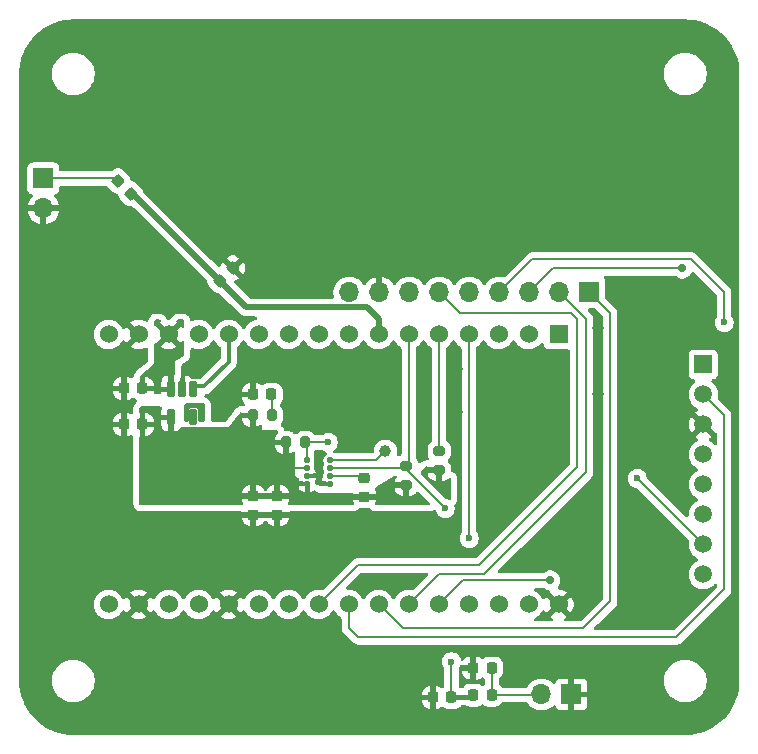
<source format=gbr>
%TF.GenerationSoftware,KiCad,Pcbnew,9.0.0*%
%TF.CreationDate,2026-02-03T13:11:21-06:00*%
%TF.ProjectId,FiltSure Prototype Three,46696c74-5375-4726-9520-50726f746f74,rev?*%
%TF.SameCoordinates,Original*%
%TF.FileFunction,Copper,L2,Bot*%
%TF.FilePolarity,Positive*%
%FSLAX46Y46*%
G04 Gerber Fmt 4.6, Leading zero omitted, Abs format (unit mm)*
G04 Created by KiCad (PCBNEW 9.0.0) date 2026-02-03 13:11:21*
%MOMM*%
%LPD*%
G01*
G04 APERTURE LIST*
G04 Aperture macros list*
%AMRoundRect*
0 Rectangle with rounded corners*
0 $1 Rounding radius*
0 $2 $3 $4 $5 $6 $7 $8 $9 X,Y pos of 4 corners*
0 Add a 4 corners polygon primitive as box body*
4,1,4,$2,$3,$4,$5,$6,$7,$8,$9,$2,$3,0*
0 Add four circle primitives for the rounded corners*
1,1,$1+$1,$2,$3*
1,1,$1+$1,$4,$5*
1,1,$1+$1,$6,$7*
1,1,$1+$1,$8,$9*
0 Add four rect primitives between the rounded corners*
20,1,$1+$1,$2,$3,$4,$5,0*
20,1,$1+$1,$4,$5,$6,$7,0*
20,1,$1+$1,$6,$7,$8,$9,0*
20,1,$1+$1,$8,$9,$2,$3,0*%
G04 Aperture macros list end*
%TA.AperFunction,ComponentPad*%
%ADD10R,1.700000X1.700000*%
%TD*%
%TA.AperFunction,ComponentPad*%
%ADD11O,1.700000X1.700000*%
%TD*%
%TA.AperFunction,ComponentPad*%
%ADD12R,1.524000X1.524000*%
%TD*%
%TA.AperFunction,ComponentPad*%
%ADD13C,1.524000*%
%TD*%
%TA.AperFunction,SMDPad,CuDef*%
%ADD14RoundRect,0.225000X-0.335876X-0.017678X-0.017678X-0.335876X0.335876X0.017678X0.017678X0.335876X0*%
%TD*%
%TA.AperFunction,SMDPad,CuDef*%
%ADD15RoundRect,0.056250X-0.188750X-0.168750X0.188750X-0.168750X0.188750X0.168750X-0.188750X0.168750X0*%
%TD*%
%TA.AperFunction,SMDPad,CuDef*%
%ADD16RoundRect,0.225000X0.250000X-0.225000X0.250000X0.225000X-0.250000X0.225000X-0.250000X-0.225000X0*%
%TD*%
%TA.AperFunction,SMDPad,CuDef*%
%ADD17RoundRect,0.225000X0.225000X0.250000X-0.225000X0.250000X-0.225000X-0.250000X0.225000X-0.250000X0*%
%TD*%
%TA.AperFunction,SMDPad,CuDef*%
%ADD18RoundRect,0.200000X0.275000X-0.200000X0.275000X0.200000X-0.275000X0.200000X-0.275000X-0.200000X0*%
%TD*%
%TA.AperFunction,SMDPad,CuDef*%
%ADD19RoundRect,0.225000X-0.250000X0.225000X-0.250000X-0.225000X0.250000X-0.225000X0.250000X0.225000X0*%
%TD*%
%TA.AperFunction,SMDPad,CuDef*%
%ADD20RoundRect,0.225000X-0.225000X-0.250000X0.225000X-0.250000X0.225000X0.250000X-0.225000X0.250000X0*%
%TD*%
%TA.AperFunction,SMDPad,CuDef*%
%ADD21RoundRect,0.200000X-0.200000X-0.275000X0.200000X-0.275000X0.200000X0.275000X-0.200000X0.275000X0*%
%TD*%
%TA.AperFunction,ComponentPad*%
%ADD22C,1.508000*%
%TD*%
%TA.AperFunction,ComponentPad*%
%ADD23R,1.508000X1.508000*%
%TD*%
%TA.AperFunction,SMDPad,CuDef*%
%ADD24RoundRect,0.225000X0.017678X-0.335876X0.335876X-0.017678X-0.017678X0.335876X-0.335876X0.017678X0*%
%TD*%
%TA.AperFunction,SMDPad,CuDef*%
%ADD25RoundRect,0.045000X-0.255000X0.630000X-0.255000X-0.630000X0.255000X-0.630000X0.255000X0.630000X0*%
%TD*%
%TA.AperFunction,ViaPad*%
%ADD26C,1.000000*%
%TD*%
%TA.AperFunction,ViaPad*%
%ADD27C,0.700000*%
%TD*%
%TA.AperFunction,ViaPad*%
%ADD28C,0.600000*%
%TD*%
%TA.AperFunction,Conductor*%
%ADD29C,0.200000*%
%TD*%
%TA.AperFunction,Conductor*%
%ADD30C,0.350000*%
%TD*%
%TA.AperFunction,Conductor*%
%ADD31C,0.400000*%
%TD*%
%TA.AperFunction,Conductor*%
%ADD32C,0.500000*%
%TD*%
G04 APERTURE END LIST*
D10*
%TO.P,J1,1,Pin_1*%
%TO.N,VCC*%
X95351600Y-76851600D03*
D11*
%TO.P,J1,2,Pin_2*%
%TO.N,GND*%
X95351600Y-79391600D03*
%TD*%
D10*
%TO.P,J2,1,Pin_1*%
%TO.N,GND*%
X140060600Y-120544600D03*
D11*
%TO.P,J2,2,Pin_2*%
%TO.N,Net-(J2-Pin_2)*%
X137520600Y-120544600D03*
%TD*%
D12*
%TO.P,U2,J1_1,ESP_3V3*%
%TO.N,unconnected-(U2-ESP_3V3-PadJ1_1)*%
X138980600Y-90064600D03*
D13*
%TO.P,U2,J1_2,CHIP_PU*%
%TO.N,/Reset*%
X136440600Y-90064600D03*
%TO.P,U2,J1_3,GPIO4*%
%TO.N,/Diag_Pin*%
X133900600Y-90064600D03*
%TO.P,U2,J1_4,GPIO5*%
%TO.N,/Speed_Pin*%
X131360600Y-90064600D03*
%TO.P,U2,J1_5,GPIO6*%
%TO.N,/SCK*%
X128820600Y-90064600D03*
%TO.P,U2,J1_6,GPIO7*%
%TO.N,/MOSI*%
X126280600Y-90064600D03*
%TO.P,U2,J1_7,GPIO0*%
%TO.N,/Batt_Pin*%
X123740600Y-90064600D03*
%TO.P,U2,J1_8,GPIO1*%
%TO.N,unconnected-(U2-GPIO1-PadJ1_8)*%
X121200600Y-90064600D03*
%TO.P,U2,J1_9,GPIO8*%
%TO.N,unconnected-(U2-GPIO8-PadJ1_9)*%
X118660600Y-90064600D03*
%TO.P,U2,J1_10,GPIO10*%
%TO.N,unconnected-(U2-GPIO10-PadJ1_10)*%
X116120600Y-90064600D03*
%TO.P,U2,J1_11,GPIO11*%
%TO.N,unconnected-(U2-GPIO11-PadJ1_11)*%
X113580600Y-90064600D03*
%TO.P,U2,J1_12,GPIO2*%
%TO.N,/CS_VREG*%
X111040600Y-90064600D03*
%TO.P,U2,J1_13,GPIO3*%
%TO.N,unconnected-(U2-GPIO3-PadJ1_13)*%
X108500600Y-90064600D03*
%TO.P,U2,J1_14,VCC_5V*%
%TO.N,+5V*%
X105960600Y-90064600D03*
%TO.P,U2,J1_15,GND_J1_15*%
%TO.N,GND*%
X103420600Y-90064600D03*
%TO.P,U2,J1_16,NC_J1_16*%
%TO.N,unconnected-(U2-NC_J1_16-PadJ1_16)*%
X100880600Y-90064600D03*
%TO.P,U2,J3_1,GND_J3_1*%
%TO.N,GND*%
X138980600Y-112924600D03*
%TO.P,U2,J3_2,UART_TXD*%
%TO.N,unconnected-(U2-UART_TXD-PadJ3_2)*%
X136440600Y-112924600D03*
%TO.P,U2,J3_3,UART_RXD*%
%TO.N,unconnected-(U2-UART_RXD-PadJ3_3)*%
X133900600Y-112924600D03*
%TO.P,U2,J3_4,GPIO15*%
%TO.N,/CS_BME*%
X131360600Y-112924600D03*
%TO.P,U2,J3_5,GPIO23*%
%TO.N,/CS_RFID*%
X128820600Y-112924600D03*
%TO.P,U2,J3_6,GPIO22*%
%TO.N,/CS_LoRa*%
X126280600Y-112924600D03*
%TO.P,U2,J3_7,GPIO21*%
%TO.N,/RST_LoRa*%
X123740600Y-112924600D03*
%TO.P,U2,J3_8,GPIO20*%
%TO.N,/RFID_RST*%
X121200600Y-112924600D03*
%TO.P,U2,J3_9,GPIO19*%
%TO.N,/IRQ_LoRa*%
X118660600Y-112924600D03*
%TO.P,U2,J3_10,GPIO18*%
%TO.N,/MISO*%
X116120600Y-112924600D03*
%TO.P,U2,J3_11,GPIO9*%
%TO.N,unconnected-(U2-GPIO9-PadJ3_11)*%
X113580600Y-112924600D03*
%TO.P,U2,J3_12,GND_J3_12*%
%TO.N,GND*%
X111040600Y-112924600D03*
%TO.P,U2,J3_13,GPIO13*%
%TO.N,unconnected-(U2-GPIO13-PadJ3_13)*%
X108500600Y-112924600D03*
%TO.P,U2,J3_14,GPIO12*%
%TO.N,unconnected-(U2-GPIO12-PadJ3_14)*%
X105960600Y-112924600D03*
%TO.P,U2,J3_15,GND_J3_15*%
%TO.N,GND*%
X103420600Y-112924600D03*
%TO.P,U2,J3_16,NC_J3_16*%
%TO.N,unconnected-(U2-NC_J3_16-PadJ3_16)*%
X100880600Y-112924600D03*
%TD*%
D14*
%TO.P,R5,1*%
%TO.N,VCC*%
X101661592Y-77070592D03*
%TO.P,R5,2*%
%TO.N,/Batt_Pin*%
X102757608Y-78166608D03*
%TD*%
D15*
%TO.P,U5,1,GND*%
%TO.N,GND*%
X119643600Y-102682600D03*
%TO.P,U5,2,CSB*%
%TO.N,/CS_BME*%
X119643600Y-102032600D03*
%TO.P,U5,3,SDI*%
%TO.N,/MOSI*%
X119643600Y-101382600D03*
%TO.P,U5,4,SCK*%
%TO.N,/SCK*%
X119643600Y-100732600D03*
%TO.P,U5,5,SDO*%
%TO.N,/MISO*%
X117703600Y-100732600D03*
%TO.P,U5,6,VDDIO*%
%TO.N,+3.3V*%
X117703600Y-101382600D03*
%TO.P,U5,7,GND*%
%TO.N,GND*%
X117703600Y-102032600D03*
%TO.P,U5,8,VDD*%
%TO.N,+3.3V*%
X117703600Y-102682600D03*
%TD*%
D16*
%TO.P,R4,1*%
%TO.N,+3.3V*%
X122529600Y-103793600D03*
%TO.P,R4,2*%
%TO.N,/CS_BME*%
X122529600Y-102243600D03*
%TD*%
D17*
%TO.P,R6,1*%
%TO.N,/Speed_Pin*%
X129908600Y-120798600D03*
%TO.P,R6,2*%
%TO.N,GND*%
X128358600Y-120798600D03*
%TD*%
D18*
%TO.P,R12,1*%
%TO.N,+3.3V*%
X128879600Y-101557600D03*
%TO.P,R12,2*%
%TO.N,/SCK*%
X128879600Y-99907600D03*
%TD*%
D19*
%TO.P,R5,1*%
%TO.N,+3.3V*%
X115163600Y-103767600D03*
%TO.P,R5,2*%
%TO.N,GND*%
X115163600Y-105317600D03*
%TD*%
D17*
%TO.P,C7,1*%
%TO.N,Net-(J2-Pin_2)*%
X133312200Y-118305600D03*
%TO.P,C7,2*%
%TO.N,GND*%
X131762200Y-118305600D03*
%TD*%
D19*
%TO.P,C4,1*%
%TO.N,+3.3V*%
X113131600Y-103767600D03*
%TO.P,C4,2*%
%TO.N,GND*%
X113131600Y-105317600D03*
%TD*%
D20*
%TO.P,Green1,1,K*%
%TO.N,GND*%
X113118600Y-95144600D03*
%TO.P,Green1,2,A*%
%TO.N,Net-(Green1-A)*%
X114668600Y-95144600D03*
%TD*%
D17*
%TO.P,R4,1*%
%TO.N,Net-(J2-Pin_2)*%
X133312200Y-120591600D03*
%TO.P,R4,2*%
%TO.N,/Speed_Pin*%
X131762200Y-120591600D03*
%TD*%
D21*
%TO.P,R3,1*%
%TO.N,+3.3V*%
X113068600Y-96922600D03*
%TO.P,R3,2*%
%TO.N,Net-(Green1-A)*%
X114718600Y-96922600D03*
%TD*%
D17*
%TO.P,C5,1*%
%TO.N,+3.3V*%
X103746600Y-97684600D03*
%TO.P,C5,2*%
%TO.N,GND*%
X102196600Y-97684600D03*
%TD*%
D18*
%TO.P,R11,1*%
%TO.N,+3.3V*%
X126085600Y-102827600D03*
%TO.P,R11,2*%
%TO.N,/MOSI*%
X126085600Y-101177600D03*
%TD*%
D11*
%TO.P,U4,2,MISO*%
%TO.N,/MOSI*%
X136499600Y-86508600D03*
%TO.P,U4,3,MOSI*%
%TO.N,/MISO*%
X133959600Y-86508600D03*
%TO.P,U4,4,SCK*%
%TO.N,/SCK*%
X131419600Y-86508600D03*
%TO.P,U4,5,NSS*%
%TO.N,/CS_LoRa*%
X139039600Y-86508600D03*
D10*
%TO.P,U4,6,RESET*%
%TO.N,/RST_LoRa*%
X141579600Y-86508600D03*
D11*
%TO.P,U4,7,DIO5*%
%TO.N,unconnected-(U4-DIO5-Pad7)*%
X126339600Y-86508600D03*
%TO.P,U4,8,GND@1*%
%TO.N,GND*%
X123799600Y-86508600D03*
%TO.P,U4,13,3_3V*%
%TO.N,+3.3V*%
X121259600Y-86508600D03*
%TO.P,U4,14,DIO0*%
%TO.N,/IRQ_LoRa*%
X128879600Y-86508600D03*
%TD*%
D22*
%TO.P,M1,1,SDA*%
%TO.N,/CS_RFID*%
X151231600Y-110384600D03*
%TO.P,M1,2,SCK*%
%TO.N,/SCK*%
X151231600Y-107844600D03*
%TO.P,M1,3,MOSI*%
%TO.N,/MOSI*%
X151231600Y-105304600D03*
%TO.P,M1,4,MISO*%
%TO.N,/MISO*%
X151231600Y-102764600D03*
%TO.P,M1,5,IRQ*%
%TO.N,unconnected-(M1-IRQ-Pad5)*%
X151231600Y-100224600D03*
%TO.P,M1,6,GND*%
%TO.N,GND*%
X151231600Y-97684600D03*
%TO.P,M1,7,RST*%
%TO.N,/RFID_RST*%
X151231600Y-95144600D03*
D23*
%TO.P,M1,8,3V3*%
%TO.N,+3.3V*%
X151231600Y-92604600D03*
%TD*%
D24*
%TO.P,R7,1*%
%TO.N,/Batt_Pin*%
X110297592Y-85532608D03*
%TO.P,R7,2*%
%TO.N,GND*%
X111393608Y-84436592D03*
%TD*%
D21*
%TO.P,R10,1*%
%TO.N,+3.3V*%
X115862600Y-99208600D03*
%TO.P,R10,2*%
%TO.N,/MISO*%
X117512600Y-99208600D03*
%TD*%
D25*
%TO.P,U3,1,VIN*%
%TO.N,+5V*%
X106151600Y-94721600D03*
%TO.P,U3,2,GND*%
%TO.N,GND*%
X107101600Y-94721600D03*
%TO.P,U3,3,EN*%
%TO.N,/CS_VREG*%
X108051600Y-94721600D03*
%TO.P,U3,4*%
%TO.N,N/C*%
X108051600Y-97091600D03*
%TO.P,U3,5,VOUT*%
%TO.N,+3.3V*%
X106151600Y-97091600D03*
%TD*%
D17*
%TO.P,C6,1*%
%TO.N,+5V*%
X103746600Y-94636600D03*
%TO.P,C6,2*%
%TO.N,GND*%
X102196600Y-94636600D03*
%TD*%
D26*
%TO.N,GND*%
X117703600Y-109876600D03*
X113639600Y-109876600D03*
X125577600Y-107082600D03*
X117703600Y-107082600D03*
X108813600Y-92350600D03*
X147929600Y-98446600D03*
X124561600Y-96668600D03*
X148125914Y-88286600D03*
X142341600Y-95144600D03*
X108559600Y-109876600D03*
X127609600Y-97938600D03*
X122529600Y-111146600D03*
X132961759Y-104420041D03*
X103733600Y-109876600D03*
X129387600Y-106574600D03*
X139293600Y-108098600D03*
X127609600Y-92096600D03*
X124852352Y-92946759D03*
X132943600Y-106574600D03*
X121513600Y-107082600D03*
X125069600Y-111146600D03*
X146913600Y-108098600D03*
X142341600Y-89556600D03*
X130403600Y-96668600D03*
X142084125Y-102578025D03*
X134721600Y-102256600D03*
D27*
X118719600Y-102002600D03*
D26*
X130403600Y-92946759D03*
X127609600Y-95398600D03*
D27*
X101447600Y-81936600D03*
D26*
%TO.N,+3.3V*%
X111353600Y-103018600D03*
X107797600Y-103018600D03*
X107797600Y-101240600D03*
X109575600Y-99462600D03*
X111353600Y-99462600D03*
X106019600Y-99462600D03*
X107797600Y-99462600D03*
X109575600Y-103018600D03*
X111353600Y-101240600D03*
X106019600Y-103018600D03*
X106019600Y-101240600D03*
X109575600Y-101240600D03*
D27*
%TO.N,/CS_BME*%
X122529600Y-102243600D03*
D26*
%TO.N,/SCK*%
X124307600Y-99970600D03*
D28*
X145643600Y-102256600D03*
D27*
X128879600Y-99907600D03*
D28*
%TO.N,/MISO*%
X153009600Y-89048600D03*
X119481600Y-99208600D03*
%TO.N,/MOSI*%
X129387600Y-104796600D03*
D27*
X149453600Y-84476600D03*
X126085600Y-101098600D03*
%TO.N,/CS_RFID*%
X138277600Y-110892600D03*
D28*
%TO.N,/Speed_Pin*%
X129908600Y-117763600D03*
X131419600Y-107336600D03*
%TD*%
D29*
%TO.N,GND*%
X117733600Y-102002600D02*
X117703600Y-102032600D01*
X118719600Y-102002600D02*
X118719600Y-102346600D01*
X118719600Y-102346600D02*
X119055600Y-102682600D01*
X108051600Y-92350600D02*
X108813600Y-92350600D01*
X107101600Y-93300600D02*
X108051600Y-92350600D01*
X107101600Y-94721600D02*
X107101600Y-93300600D01*
X118719600Y-102002600D02*
X117733600Y-102002600D01*
X119055600Y-102682600D02*
X119643600Y-102682600D01*
%TO.N,VCC*%
X101942600Y-76856600D02*
X95356600Y-76856600D01*
X95356600Y-76856600D02*
X95351600Y-76851600D01*
%TO.N,+3.3V*%
X116321600Y-101382600D02*
X115862600Y-100923600D01*
X113131600Y-96985600D02*
X113068600Y-96922600D01*
X117703600Y-101382600D02*
X116321600Y-101382600D01*
X115862600Y-100923600D02*
X115862600Y-99208600D01*
%TO.N,/CS_BME*%
X122318600Y-102032600D02*
X122529600Y-102243600D01*
X119643600Y-102032600D02*
X122318600Y-102032600D01*
%TO.N,Net-(Green1-A)*%
X114718600Y-95194600D02*
X114668600Y-95144600D01*
X114718600Y-96922600D02*
X114718600Y-95194600D01*
%TO.N,/RFID_RST*%
X121200600Y-112924600D02*
X121200600Y-114897600D01*
X122021600Y-115718600D02*
X148945600Y-115718600D01*
X153009600Y-96922600D02*
X151231600Y-95144600D01*
X121200600Y-114897600D02*
X122021600Y-115718600D01*
X148945600Y-115718600D02*
X153009600Y-111654600D01*
X153009600Y-111654600D02*
X153009600Y-96922600D01*
%TO.N,/SCK*%
X151231600Y-107844600D02*
X145643600Y-102256600D01*
X128879600Y-90123600D02*
X128820600Y-90064600D01*
X119643600Y-100732600D02*
X123545600Y-100732600D01*
X123545600Y-100732600D02*
X124307600Y-99970600D01*
X128879600Y-99907600D02*
X128879600Y-90123600D01*
%TO.N,/MISO*%
X119481600Y-99208600D02*
X117512600Y-99208600D01*
X117703600Y-100732600D02*
X117703600Y-99399600D01*
X117703600Y-99399600D02*
X117512600Y-99208600D01*
X150215600Y-83714600D02*
X136753600Y-83714600D01*
X136753600Y-83714600D02*
X133959600Y-86508600D01*
X153009600Y-86508600D02*
X150215600Y-83714600D01*
X153009600Y-89048600D02*
X153009600Y-86508600D01*
%TO.N,/MOSI*%
X126280600Y-90064600D02*
X126280600Y-100903600D01*
X129387600Y-104796600D02*
X126085600Y-101494600D01*
X119643600Y-101382600D02*
X125880600Y-101382600D01*
X125880600Y-101382600D02*
X126085600Y-101177600D01*
X126085600Y-101494600D02*
X126085600Y-101177600D01*
X126280600Y-100903600D02*
X126085600Y-101098600D01*
X138531600Y-84476600D02*
X149453600Y-84476600D01*
X126085600Y-101177600D02*
X126085600Y-101098600D01*
X136499600Y-86508600D02*
X138531600Y-84476600D01*
%TO.N,/CS_LoRa*%
X126280600Y-112924600D02*
X128820600Y-110384600D01*
X132689600Y-110384600D02*
X141325600Y-101748600D01*
X141325600Y-101748600D02*
X141325600Y-88794600D01*
X128820600Y-110384600D02*
X132689600Y-110384600D01*
X141325600Y-88794600D02*
X139039600Y-86508600D01*
%TO.N,/CS_RFID*%
X130852600Y-110892600D02*
X138277600Y-110892600D01*
X128820600Y-112924600D02*
X130852600Y-110892600D01*
D30*
%TO.N,/CS_VREG*%
X107985600Y-94467600D02*
X108982600Y-94467600D01*
X108982600Y-94467600D02*
X111040600Y-92409600D01*
X111040600Y-92409600D02*
X111040600Y-90064600D01*
D29*
%TO.N,Net-(J2-Pin_2)*%
X133312200Y-118165600D02*
X133299800Y-118153200D01*
X137617200Y-120591600D02*
X137871200Y-120845600D01*
X133312200Y-120591600D02*
X137617200Y-120591600D01*
X133312200Y-120591600D02*
X133312200Y-118165600D01*
D31*
%TO.N,/Speed_Pin*%
X129882800Y-120722400D02*
X129908200Y-120747800D01*
D29*
X129908600Y-120798600D02*
X129908600Y-117763600D01*
D31*
X131360600Y-90005600D02*
X131360600Y-90064600D01*
X129895600Y-120557600D02*
X129890615Y-120552615D01*
D29*
X129895600Y-117750600D02*
X129908600Y-117763600D01*
X131360600Y-107277600D02*
X131419600Y-107336600D01*
D31*
X131762200Y-120591600D02*
X131631400Y-120722400D01*
X131631400Y-120722400D02*
X129882800Y-120722400D01*
D29*
X129882600Y-120722400D02*
X129882800Y-120722400D01*
X131360600Y-90064600D02*
X131360600Y-107277600D01*
%TO.N,/RST_LoRa*%
X141071600Y-114956600D02*
X143357600Y-112670600D01*
X143357600Y-112670600D02*
X143357600Y-88286600D01*
X123740600Y-112924600D02*
X125772600Y-114956600D01*
X143357600Y-88286600D02*
X141579600Y-86508600D01*
X125772600Y-114956600D02*
X141071600Y-114956600D01*
D32*
%TO.N,/Batt_Pin*%
X122783600Y-87778600D02*
X123418600Y-88413600D01*
X102931594Y-78166610D02*
X102757607Y-78166610D01*
X110297592Y-85532608D02*
X102931594Y-78166610D01*
X110297592Y-85532608D02*
X112543584Y-87778600D01*
X123740600Y-90064600D02*
X123740600Y-88735600D01*
X123740600Y-88735600D02*
X123418600Y-88413600D01*
X112543584Y-87778600D02*
X122783600Y-87778600D01*
D29*
%TO.N,/IRQ_LoRa*%
X132221414Y-109622600D02*
X140563600Y-101280414D01*
X140563600Y-101280414D02*
X140563600Y-88794600D01*
X140563600Y-88794600D02*
X140055600Y-88286600D01*
X121962600Y-109622600D02*
X132221414Y-109622600D01*
X118660600Y-112924600D02*
X121962600Y-109622600D01*
X130657600Y-88286600D02*
X128879600Y-86508600D01*
X140055600Y-88286600D02*
X130657600Y-88286600D01*
%TD*%
%TA.AperFunction,Conductor*%
%TO.N,GND*%
G36*
X138507219Y-113120681D02*
G01*
X138574098Y-113236520D01*
X138668680Y-113331102D01*
X138784519Y-113397981D01*
X138844657Y-113414094D01*
X138281882Y-113976869D01*
X138319164Y-114003956D01*
X138319166Y-114003957D01*
X138457299Y-114074340D01*
X138514616Y-114125949D01*
X138538450Y-114199302D01*
X138522414Y-114274745D01*
X138470805Y-114332062D01*
X138397452Y-114355896D01*
X138389654Y-114356100D01*
X137032649Y-114356100D01*
X136958149Y-114336138D01*
X136903611Y-114281600D01*
X136883649Y-114207100D01*
X136903611Y-114132600D01*
X136958149Y-114078062D01*
X136965004Y-114074340D01*
X136998892Y-114057073D01*
X137102294Y-114004387D01*
X137263064Y-113887581D01*
X137403581Y-113747064D01*
X137520387Y-113586294D01*
X137578121Y-113472984D01*
X137629730Y-113415668D01*
X137703083Y-113391834D01*
X137778526Y-113407870D01*
X137835843Y-113459479D01*
X137843641Y-113472985D01*
X137901242Y-113586033D01*
X137901243Y-113586035D01*
X137928329Y-113623315D01*
X137928330Y-113623315D01*
X138491104Y-113060541D01*
X138507219Y-113120681D01*
G37*
%TD.AperFunction*%
%TA.AperFunction,Conductor*%
G36*
X142093645Y-87879061D02*
G01*
X142124504Y-87902740D01*
X142713459Y-88491694D01*
X142752023Y-88558489D01*
X142757100Y-88597053D01*
X142757100Y-112360147D01*
X142737138Y-112434647D01*
X142713459Y-112465506D01*
X140866506Y-114312459D01*
X140799711Y-114351023D01*
X140761147Y-114356100D01*
X139571546Y-114356100D01*
X139497046Y-114336138D01*
X139442508Y-114281600D01*
X139422546Y-114207100D01*
X139442508Y-114132600D01*
X139497046Y-114078062D01*
X139503902Y-114074340D01*
X139642023Y-114003963D01*
X139642035Y-114003956D01*
X139679315Y-113976869D01*
X139679316Y-113976869D01*
X139116542Y-113414095D01*
X139176681Y-113397981D01*
X139292520Y-113331102D01*
X139387102Y-113236520D01*
X139453981Y-113120681D01*
X139470095Y-113060542D01*
X140032869Y-113623316D01*
X140032869Y-113623315D01*
X140059956Y-113586035D01*
X140059963Y-113586023D01*
X140150135Y-113409050D01*
X140150144Y-113409030D01*
X140211524Y-113220121D01*
X140242600Y-113023917D01*
X140242600Y-112825282D01*
X140211524Y-112629078D01*
X140150144Y-112440169D01*
X140150138Y-112440154D01*
X140059957Y-112263166D01*
X140059956Y-112263164D01*
X140032869Y-112225883D01*
X139470094Y-112788657D01*
X139453981Y-112728519D01*
X139387102Y-112612680D01*
X139292520Y-112518098D01*
X139176681Y-112451219D01*
X139116540Y-112435104D01*
X139679315Y-111872330D01*
X139679315Y-111872329D01*
X139642035Y-111845243D01*
X139642033Y-111845242D01*
X139465045Y-111755061D01*
X139465030Y-111755055D01*
X139276121Y-111693675D01*
X139079917Y-111662600D01*
X139064749Y-111662600D01*
X138990249Y-111642638D01*
X138935711Y-111588100D01*
X138915749Y-111513600D01*
X138935711Y-111439100D01*
X138940860Y-111430820D01*
X139031300Y-111295467D01*
X139031303Y-111295463D01*
X139095416Y-111140682D01*
X139128100Y-110976367D01*
X139128100Y-110808833D01*
X139095416Y-110644518D01*
X139031303Y-110489737D01*
X138938226Y-110350438D01*
X138819762Y-110231974D01*
X138819758Y-110231971D01*
X138680470Y-110138901D01*
X138680458Y-110138894D01*
X138557736Y-110088061D01*
X138525682Y-110074784D01*
X138525680Y-110074783D01*
X138525679Y-110074783D01*
X138361367Y-110042100D01*
X138193833Y-110042100D01*
X138029520Y-110074783D01*
X137874741Y-110138894D01*
X137874729Y-110138901D01*
X137735441Y-110231971D01*
X137735434Y-110231977D01*
X137718953Y-110248459D01*
X137652158Y-110287023D01*
X137613594Y-110292100D01*
X133991053Y-110292100D01*
X133916553Y-110272138D01*
X133862015Y-110217600D01*
X133842053Y-110143100D01*
X133862015Y-110068600D01*
X133885694Y-110037741D01*
X135817099Y-108106336D01*
X141682048Y-102241385D01*
X141682053Y-102241382D01*
X141694314Y-102229120D01*
X141694316Y-102229120D01*
X141806120Y-102117316D01*
X141885177Y-101980384D01*
X141926100Y-101827657D01*
X141926100Y-88715543D01*
X141911669Y-88661683D01*
X141885177Y-88562815D01*
X141885176Y-88562814D01*
X141885176Y-88562812D01*
X141848274Y-88498897D01*
X141848273Y-88498895D01*
X141841704Y-88487518D01*
X141806120Y-88425884D01*
X141694316Y-88314080D01*
X141694313Y-88314078D01*
X141493693Y-88113458D01*
X141455129Y-88046663D01*
X141455129Y-87969535D01*
X141493693Y-87902740D01*
X141560488Y-87864176D01*
X141599052Y-87859099D01*
X142019145Y-87859099D01*
X142093645Y-87879061D01*
G37*
%TD.AperFunction*%
%TA.AperFunction,Conductor*%
G36*
X137688094Y-111513062D02*
G01*
X137718953Y-111536741D01*
X137735438Y-111553226D01*
X137735441Y-111553228D01*
X137874729Y-111646298D01*
X137874733Y-111646300D01*
X137874737Y-111646303D01*
X137874738Y-111646303D01*
X137874741Y-111646305D01*
X137912874Y-111662100D01*
X138029518Y-111710416D01*
X138160678Y-111736505D01*
X138229852Y-111770618D01*
X138272702Y-111834747D01*
X138276760Y-111867207D01*
X138844657Y-112435104D01*
X138784519Y-112451219D01*
X138668680Y-112518098D01*
X138574098Y-112612680D01*
X138507219Y-112728519D01*
X138491104Y-112788657D01*
X137928330Y-112225883D01*
X137928328Y-112225883D01*
X137901247Y-112263157D01*
X137901242Y-112263166D01*
X137843641Y-112376214D01*
X137792032Y-112433531D01*
X137718679Y-112457365D01*
X137643236Y-112441329D01*
X137585919Y-112389720D01*
X137578121Y-112376214D01*
X137560488Y-112341609D01*
X137520387Y-112262906D01*
X137403581Y-112102136D01*
X137263064Y-111961619D01*
X137102294Y-111844813D01*
X136965003Y-111774859D01*
X136907687Y-111723251D01*
X136883853Y-111649898D01*
X136899889Y-111574455D01*
X136951498Y-111517138D01*
X137024851Y-111493304D01*
X137032649Y-111493100D01*
X137613594Y-111493100D01*
X137688094Y-111513062D01*
G37*
%TD.AperFunction*%
%TA.AperFunction,Conductor*%
G36*
X127847647Y-110243062D02*
G01*
X127902185Y-110297600D01*
X127922147Y-110372100D01*
X127902185Y-110446600D01*
X127878506Y-110477459D01*
X126704627Y-111651336D01*
X126637832Y-111689900D01*
X126575960Y-111693143D01*
X126511855Y-111682990D01*
X126379961Y-111662100D01*
X126181239Y-111662100D01*
X126102729Y-111674534D01*
X125984958Y-111693187D01*
X125984958Y-111693188D01*
X125795965Y-111754595D01*
X125618904Y-111844814D01*
X125458139Y-111961616D01*
X125317616Y-112102139D01*
X125200814Y-112262904D01*
X125143360Y-112375663D01*
X125091751Y-112432980D01*
X125018397Y-112456814D01*
X124942955Y-112440778D01*
X124885638Y-112389169D01*
X124877840Y-112375663D01*
X124868887Y-112358092D01*
X124820387Y-112262906D01*
X124703581Y-112102136D01*
X124563064Y-111961619D01*
X124402294Y-111844813D01*
X124344764Y-111815500D01*
X124225234Y-111754595D01*
X124036241Y-111693188D01*
X124036241Y-111693187D01*
X123927194Y-111675916D01*
X123839961Y-111662100D01*
X123641239Y-111662100D01*
X123562729Y-111674534D01*
X123444958Y-111693187D01*
X123444958Y-111693188D01*
X123255965Y-111754595D01*
X123078904Y-111844814D01*
X122918139Y-111961616D01*
X122777616Y-112102139D01*
X122660814Y-112262904D01*
X122603360Y-112375663D01*
X122551751Y-112432980D01*
X122478397Y-112456814D01*
X122402955Y-112440778D01*
X122345638Y-112389169D01*
X122337840Y-112375663D01*
X122328887Y-112358092D01*
X122280387Y-112262906D01*
X122163581Y-112102136D01*
X122023064Y-111961619D01*
X121862294Y-111844813D01*
X121804764Y-111815500D01*
X121685234Y-111754595D01*
X121496241Y-111693188D01*
X121496241Y-111693187D01*
X121387194Y-111675916D01*
X121299961Y-111662100D01*
X121132052Y-111662100D01*
X121057552Y-111642138D01*
X121003014Y-111587600D01*
X120983052Y-111513100D01*
X121003014Y-111438600D01*
X121026693Y-111407741D01*
X121429373Y-111005062D01*
X122167694Y-110266741D01*
X122234489Y-110228177D01*
X122273053Y-110223100D01*
X127773147Y-110223100D01*
X127847647Y-110243062D01*
G37*
%TD.AperFunction*%
%TA.AperFunction,Conductor*%
G36*
X118899087Y-99810395D02*
G01*
X118903998Y-99809419D01*
X118936050Y-99820299D01*
X118968752Y-99829062D01*
X118977026Y-99834207D01*
X119033676Y-99872060D01*
X119102416Y-99917991D01*
X119102418Y-99917992D01*
X119102421Y-99917994D01*
X119199246Y-99958100D01*
X119254865Y-99981138D01*
X119254347Y-99982386D01*
X119313078Y-100018905D01*
X119349438Y-100086924D01*
X119346916Y-100164011D01*
X119306189Y-100229510D01*
X119278835Y-100249798D01*
X119274885Y-100252078D01*
X119163080Y-100363883D01*
X119115463Y-100446359D01*
X119084023Y-100500816D01*
X119071762Y-100546575D01*
X119043100Y-100653541D01*
X119043100Y-100811658D01*
X119084023Y-100964384D01*
X119094831Y-100983105D01*
X119114790Y-101057606D01*
X119094831Y-101132095D01*
X119084023Y-101150815D01*
X119043100Y-101303541D01*
X119043100Y-101461658D01*
X119084023Y-101614384D01*
X119094831Y-101633105D01*
X119114790Y-101707606D01*
X119094831Y-101782095D01*
X119084023Y-101800815D01*
X119043100Y-101953541D01*
X119043100Y-102086132D01*
X119023138Y-102160632D01*
X119012824Y-102176163D01*
X118965431Y-102238659D01*
X118965429Y-102238663D01*
X118909335Y-102380910D01*
X118909334Y-102380914D01*
X118900125Y-102457599D01*
X118900126Y-102457600D01*
X119157646Y-102457600D01*
X119232146Y-102477562D01*
X119263005Y-102501241D01*
X119274884Y-102513120D01*
X119411816Y-102592177D01*
X119495788Y-102614677D01*
X119562582Y-102653242D01*
X119601146Y-102720037D01*
X119601146Y-102797165D01*
X119562581Y-102863959D01*
X119495786Y-102902523D01*
X119457223Y-102907600D01*
X118881850Y-102907600D01*
X118861557Y-102920992D01*
X118784567Y-102925596D01*
X118725074Y-102898830D01*
X118708870Y-102886678D01*
X118696949Y-102877737D01*
X118676147Y-102863320D01*
X118665811Y-102856157D01*
X118650173Y-102846166D01*
X118617502Y-102826976D01*
X118617501Y-102826975D01*
X118617500Y-102826975D01*
X118482381Y-102777534D01*
X118482378Y-102777533D01*
X118482374Y-102777532D01*
X118471764Y-102775293D01*
X118449174Y-102763823D01*
X118424869Y-102756663D01*
X118415329Y-102746639D01*
X118402992Y-102740376D01*
X118371696Y-102700797D01*
X118350886Y-102662604D01*
X118332771Y-102587636D01*
X118354568Y-102513651D01*
X118363004Y-102501282D01*
X118381770Y-102476536D01*
X118437864Y-102334289D01*
X118437865Y-102334285D01*
X118447075Y-102257600D01*
X117919767Y-102257600D01*
X117910963Y-102255241D01*
X117901938Y-102256530D01*
X117874168Y-102245382D01*
X117845267Y-102237638D01*
X117830362Y-102227796D01*
X117822520Y-102221914D01*
X117774900Y-102161243D01*
X117763995Y-102084889D01*
X117792729Y-102013313D01*
X117853400Y-101965693D01*
X117873352Y-101958798D01*
X117935384Y-101942177D01*
X118072316Y-101863120D01*
X118084195Y-101851241D01*
X118150990Y-101812677D01*
X118189554Y-101807600D01*
X118447073Y-101807600D01*
X118447073Y-101807599D01*
X118437865Y-101730912D01*
X118381770Y-101588665D01*
X118381770Y-101588664D01*
X118334375Y-101526163D01*
X118305266Y-101454739D01*
X118304100Y-101436133D01*
X118304100Y-101303543D01*
X118304099Y-101303541D01*
X118263177Y-101150816D01*
X118252370Y-101132098D01*
X118232409Y-101057600D01*
X118252371Y-100983100D01*
X118263177Y-100964384D01*
X118304100Y-100811657D01*
X118304100Y-99958100D01*
X118324062Y-99883600D01*
X118378600Y-99829062D01*
X118453100Y-99809100D01*
X118894252Y-99809100D01*
X118899087Y-99810395D01*
G37*
%TD.AperFunction*%
%TA.AperFunction,Conductor*%
G36*
X127618245Y-90548421D02*
G01*
X127675562Y-90600030D01*
X127683357Y-90613531D01*
X127740813Y-90726294D01*
X127857619Y-90887064D01*
X127998136Y-91027581D01*
X128158906Y-91144387D01*
X128158908Y-91144388D01*
X128197744Y-91164176D01*
X128255062Y-91215784D01*
X128278896Y-91289138D01*
X128279100Y-91296936D01*
X128279100Y-99001784D01*
X128259138Y-99076284D01*
X128207186Y-99129294D01*
X128169414Y-99152128D01*
X128049127Y-99272415D01*
X127961124Y-99417991D01*
X127961121Y-99417996D01*
X127914661Y-99567096D01*
X127910514Y-99580404D01*
X127904100Y-99650984D01*
X127904100Y-100164216D01*
X127910514Y-100234796D01*
X127961122Y-100397206D01*
X128015410Y-100487010D01*
X128026781Y-100505819D01*
X128027927Y-100509776D01*
X128030740Y-100512785D01*
X128038586Y-100546575D01*
X128048239Y-100579902D01*
X128047253Y-100583901D01*
X128048185Y-100587915D01*
X128038084Y-100621099D01*
X128029781Y-100654789D01*
X128026926Y-100657761D01*
X128025727Y-100661701D01*
X128000389Y-100685388D01*
X127976352Y-100710414D01*
X127972394Y-100711560D01*
X127969386Y-100714373D01*
X127952399Y-100717351D01*
X127902269Y-100731872D01*
X127894256Y-100731818D01*
X127876937Y-100731235D01*
X127870194Y-100729255D01*
X127818086Y-100729254D01*
X127815588Y-100729170D01*
X127814892Y-100728958D01*
X127805203Y-100728456D01*
X127792142Y-100727099D01*
X127791749Y-100726948D01*
X127736052Y-100729137D01*
X127733122Y-100729253D01*
X127726313Y-100729253D01*
X127723749Y-100729621D01*
X127721854Y-100729695D01*
X127721164Y-100729723D01*
X127717380Y-100730420D01*
X127711628Y-100731362D01*
X127683498Y-100735408D01*
X127683491Y-100735409D01*
X127656814Y-100739244D01*
X127656093Y-100739504D01*
X127643433Y-100743221D01*
X127628438Y-100746793D01*
X127579699Y-100755766D01*
X127579695Y-100755767D01*
X127562634Y-100764382D01*
X127537463Y-100774337D01*
X127519114Y-100779725D01*
X127477416Y-100806520D01*
X127464039Y-100814169D01*
X127452236Y-100820130D01*
X127451849Y-100820210D01*
X127421847Y-100841201D01*
X127421838Y-100841207D01*
X127406171Y-100852166D01*
X127401335Y-100855410D01*
X127398084Y-100857499D01*
X127395972Y-100859080D01*
X127393988Y-100860690D01*
X127391112Y-100863388D01*
X127386783Y-100867289D01*
X127376787Y-100875949D01*
X127346638Y-100902073D01*
X127333742Y-100917184D01*
X127304871Y-100944257D01*
X127236872Y-100980655D01*
X127159784Y-100978178D01*
X127094262Y-100937488D01*
X127057864Y-100869489D01*
X127055196Y-100852969D01*
X127054686Y-100850406D01*
X127054686Y-100850404D01*
X127004078Y-100687994D01*
X126916072Y-100542415D01*
X126916071Y-100542414D01*
X126912810Y-100538251D01*
X126882578Y-100467295D01*
X126881100Y-100446359D01*
X126881100Y-91264766D01*
X126901062Y-91190266D01*
X126942517Y-91144224D01*
X127103064Y-91027581D01*
X127243581Y-90887064D01*
X127360387Y-90726294D01*
X127417840Y-90613535D01*
X127469449Y-90556219D01*
X127542802Y-90532385D01*
X127618245Y-90548421D01*
G37*
%TD.AperFunction*%
%TA.AperFunction,Conductor*%
G36*
X125078245Y-90548421D02*
G01*
X125135562Y-90600030D01*
X125143357Y-90613531D01*
X125200813Y-90726294D01*
X125317619Y-90887064D01*
X125458136Y-91027581D01*
X125618681Y-91144223D01*
X125667218Y-91204162D01*
X125680100Y-91264766D01*
X125680100Y-100174906D01*
X125677199Y-100185731D01*
X125678473Y-100196867D01*
X125667358Y-100222457D01*
X125660138Y-100249406D01*
X125652212Y-100257331D01*
X125647748Y-100267611D01*
X125629280Y-100280263D01*
X125605600Y-100303944D01*
X125585767Y-100313515D01*
X125580656Y-100315530D01*
X125520994Y-100334122D01*
X125497486Y-100348332D01*
X125485805Y-100352940D01*
X125459533Y-100355944D01*
X125434132Y-100363301D01*
X125421798Y-100360260D01*
X125409177Y-100361704D01*
X125384921Y-100351169D01*
X125359246Y-100344840D01*
X125350084Y-100336039D01*
X125338433Y-100330979D01*
X125322695Y-100309730D01*
X125303623Y-100291409D01*
X125300088Y-100279205D01*
X125292529Y-100268998D01*
X125289524Y-100242726D01*
X125282168Y-100217325D01*
X125284107Y-100195368D01*
X125283765Y-100192370D01*
X125284528Y-100190612D01*
X125285000Y-100185269D01*
X125308100Y-100069141D01*
X125308100Y-99872059D01*
X125269651Y-99678765D01*
X125194232Y-99496686D01*
X125084739Y-99332818D01*
X124945382Y-99193461D01*
X124850044Y-99129758D01*
X124781515Y-99083968D01*
X124781512Y-99083967D01*
X124599436Y-99008549D01*
X124599434Y-99008548D01*
X124444589Y-98977747D01*
X124406141Y-98970100D01*
X124209059Y-98970100D01*
X124176989Y-98976478D01*
X124015765Y-99008548D01*
X124015763Y-99008549D01*
X123833687Y-99083967D01*
X123833684Y-99083968D01*
X123669819Y-99193460D01*
X123669814Y-99193464D01*
X123530464Y-99332814D01*
X123530460Y-99332819D01*
X123420968Y-99496684D01*
X123420967Y-99496687D01*
X123345549Y-99678763D01*
X123345548Y-99678765D01*
X123319623Y-99809100D01*
X123309656Y-99859212D01*
X123307100Y-99872060D01*
X123307100Y-99983100D01*
X123287138Y-100057600D01*
X123232600Y-100112138D01*
X123158100Y-100132100D01*
X120031534Y-100132100D01*
X119957034Y-100112138D01*
X119902496Y-100057600D01*
X119882534Y-99983100D01*
X119902496Y-99908600D01*
X119948753Y-99859212D01*
X119986167Y-99834212D01*
X119991889Y-99830389D01*
X120103389Y-99718889D01*
X120190994Y-99587779D01*
X120251337Y-99442097D01*
X120282100Y-99287442D01*
X120282100Y-99129758D01*
X120251337Y-98975103D01*
X120214708Y-98886673D01*
X120190995Y-98829423D01*
X120190994Y-98829421D01*
X120103389Y-98698311D01*
X119991889Y-98586811D01*
X119860779Y-98499206D01*
X119860778Y-98499205D01*
X119860776Y-98499204D01*
X119715098Y-98438863D01*
X119715094Y-98438862D01*
X119560442Y-98408100D01*
X119402758Y-98408100D01*
X119248105Y-98438862D01*
X119248101Y-98438863D01*
X119102422Y-98499205D01*
X119102416Y-98499208D01*
X119006641Y-98563204D01*
X118980025Y-98580989D01*
X118977033Y-98582988D01*
X118903998Y-98607781D01*
X118894252Y-98608100D01*
X118418415Y-98608100D01*
X118343915Y-98588138D01*
X118290904Y-98536184D01*
X118268072Y-98498415D01*
X118147785Y-98378128D01*
X118147784Y-98378127D01*
X118099258Y-98348792D01*
X118002206Y-98290122D01*
X117839796Y-98239514D01*
X117769216Y-98233100D01*
X117255984Y-98233100D01*
X117194226Y-98238712D01*
X117185403Y-98239514D01*
X117022996Y-98290121D01*
X117022991Y-98290124D01*
X116877415Y-98378127D01*
X116792959Y-98462584D01*
X116726164Y-98501148D01*
X116649036Y-98501148D01*
X116582241Y-98462584D01*
X116497784Y-98378127D01*
X116449258Y-98348792D01*
X116352206Y-98290122D01*
X116189796Y-98239514D01*
X116119216Y-98233100D01*
X116119209Y-98233100D01*
X115850708Y-98233100D01*
X115776208Y-98213138D01*
X115721670Y-98158600D01*
X115707744Y-98126079D01*
X115686902Y-98055099D01*
X115686898Y-98055090D01*
X115609116Y-97934061D01*
X115609112Y-97934056D01*
X115563358Y-97881253D01*
X115563356Y-97881251D01*
X115501092Y-97827298D01*
X115457861Y-97763424D01*
X115452360Y-97686492D01*
X115471156Y-97637608D01*
X115474072Y-97632785D01*
X115562078Y-97487206D01*
X115612686Y-97324796D01*
X115619100Y-97254216D01*
X115619100Y-96590984D01*
X115612686Y-96520404D01*
X115562078Y-96357994D01*
X115474072Y-96212415D01*
X115393293Y-96131636D01*
X115354729Y-96064841D01*
X115354729Y-95987713D01*
X115393291Y-95920920D01*
X115466568Y-95847644D01*
X115555603Y-95703297D01*
X115608949Y-95542308D01*
X115619100Y-95442945D01*
X115619099Y-94846256D01*
X115608949Y-94746892D01*
X115555603Y-94585903D01*
X115466568Y-94441556D01*
X115346644Y-94321632D01*
X115263849Y-94270563D01*
X115202299Y-94232598D01*
X115202298Y-94232597D01*
X115202297Y-94232597D01*
X115041308Y-94179251D01*
X114941945Y-94169100D01*
X114941940Y-94169100D01*
X114395260Y-94169100D01*
X114295891Y-94179251D01*
X114134900Y-94232598D01*
X113990553Y-94321633D01*
X113985604Y-94325547D01*
X113914782Y-94356093D01*
X113838176Y-94347135D01*
X113800782Y-94325546D01*
X113796329Y-94322025D01*
X113652085Y-94233053D01*
X113491203Y-94179743D01*
X113491203Y-94179742D01*
X113391925Y-94169600D01*
X113368600Y-94169600D01*
X113368600Y-94995600D01*
X113348638Y-95070100D01*
X113294100Y-95124638D01*
X113219600Y-95144600D01*
X113118600Y-95144600D01*
X113118600Y-95245600D01*
X113098638Y-95320100D01*
X113044100Y-95374638D01*
X112969600Y-95394600D01*
X112168601Y-95394600D01*
X112168601Y-95442909D01*
X112178744Y-95542206D01*
X112178744Y-95542209D01*
X112232053Y-95703085D01*
X112321027Y-95847332D01*
X112385181Y-95911486D01*
X112423745Y-95978281D01*
X112423745Y-96055409D01*
X112385181Y-96122204D01*
X112318386Y-96160768D01*
X112241258Y-96160768D01*
X112230886Y-96157580D01*
X112208369Y-96149750D01*
X112064662Y-96142696D01*
X112064661Y-96142696D01*
X112064660Y-96142696D01*
X111995097Y-96149237D01*
X111995094Y-96149237D01*
X111995090Y-96149238D01*
X111855236Y-96182950D01*
X111855231Y-96182952D01*
X111744973Y-96246394D01*
X111730524Y-96254709D01*
X111703654Y-96275776D01*
X111678154Y-96295769D01*
X111676325Y-96297137D01*
X111675530Y-96297826D01*
X111576094Y-96401810D01*
X111198105Y-96930996D01*
X111198102Y-96930997D01*
X111198103Y-96930998D01*
X111177126Y-96960366D01*
X110884027Y-97370705D01*
X110824482Y-97419725D01*
X110762782Y-97433100D01*
X109722100Y-97433100D01*
X109647600Y-97413138D01*
X109593062Y-97358600D01*
X109573100Y-97284100D01*
X109573100Y-96055600D01*
X109573099Y-96055594D01*
X109555878Y-95924783D01*
X109555877Y-95924782D01*
X109555876Y-95924768D01*
X109535914Y-95850268D01*
X109491305Y-95738840D01*
X109472794Y-95714113D01*
X109405082Y-95623661D01*
X109405077Y-95623655D01*
X109350543Y-95569121D01*
X109350533Y-95569112D01*
X109256201Y-95494928D01*
X109256198Y-95494926D01*
X109256195Y-95494924D01*
X109134810Y-95442944D01*
X109123935Y-95438287D01*
X109123923Y-95438283D01*
X109077036Y-95425720D01*
X109010241Y-95387156D01*
X108971676Y-95320362D01*
X108971676Y-95243234D01*
X109010240Y-95176439D01*
X109077034Y-95137874D01*
X109086517Y-95135663D01*
X109152440Y-95122550D01*
X109179632Y-95117142D01*
X109179632Y-95117141D01*
X109179636Y-95117141D01*
X109302569Y-95066220D01*
X109413206Y-94992295D01*
X109559227Y-94846274D01*
X112168600Y-94846274D01*
X112168600Y-94894600D01*
X112868600Y-94894600D01*
X112868600Y-94169599D01*
X112845291Y-94169600D01*
X112845290Y-94169600D01*
X112745993Y-94179744D01*
X112745990Y-94179744D01*
X112585114Y-94233053D01*
X112440867Y-94322027D01*
X112321027Y-94441867D01*
X112232053Y-94586114D01*
X112178743Y-94746996D01*
X112178742Y-94746996D01*
X112168600Y-94846274D01*
X109559227Y-94846274D01*
X111565295Y-92840206D01*
X111639220Y-92729569D01*
X111654134Y-92693562D01*
X111690141Y-92606636D01*
X111716100Y-92476131D01*
X111716100Y-92343069D01*
X111716100Y-91210275D01*
X111736062Y-91135775D01*
X111777521Y-91089731D01*
X111806148Y-91068933D01*
X111863064Y-91027581D01*
X112003581Y-90887064D01*
X112120387Y-90726294D01*
X112177840Y-90613535D01*
X112229449Y-90556219D01*
X112302802Y-90532385D01*
X112378245Y-90548421D01*
X112435562Y-90600030D01*
X112443357Y-90613531D01*
X112500813Y-90726294D01*
X112617619Y-90887064D01*
X112758136Y-91027581D01*
X112918906Y-91144387D01*
X113033964Y-91203012D01*
X113095965Y-91234604D01*
X113095967Y-91234604D01*
X113095968Y-91234605D01*
X113206125Y-91270397D01*
X113284958Y-91296011D01*
X113284958Y-91296012D01*
X113284963Y-91296012D01*
X113284964Y-91296013D01*
X113481239Y-91327100D01*
X113481243Y-91327100D01*
X113679957Y-91327100D01*
X113679961Y-91327100D01*
X113876236Y-91296013D01*
X113876237Y-91296012D01*
X113876241Y-91296012D01*
X113876241Y-91296011D01*
X114065232Y-91234605D01*
X114242294Y-91144387D01*
X114403064Y-91027581D01*
X114543581Y-90887064D01*
X114660387Y-90726294D01*
X114717840Y-90613535D01*
X114769449Y-90556219D01*
X114842802Y-90532385D01*
X114918245Y-90548421D01*
X114975562Y-90600030D01*
X114983357Y-90613531D01*
X115040813Y-90726294D01*
X115157619Y-90887064D01*
X115298136Y-91027581D01*
X115458906Y-91144387D01*
X115573964Y-91203012D01*
X115635965Y-91234604D01*
X115635967Y-91234604D01*
X115635968Y-91234605D01*
X115746125Y-91270397D01*
X115824958Y-91296011D01*
X115824958Y-91296012D01*
X115824963Y-91296012D01*
X115824964Y-91296013D01*
X116021239Y-91327100D01*
X116021243Y-91327100D01*
X116219957Y-91327100D01*
X116219961Y-91327100D01*
X116416236Y-91296013D01*
X116416237Y-91296012D01*
X116416241Y-91296012D01*
X116416241Y-91296011D01*
X116605232Y-91234605D01*
X116782294Y-91144387D01*
X116943064Y-91027581D01*
X117083581Y-90887064D01*
X117200387Y-90726294D01*
X117257840Y-90613535D01*
X117309449Y-90556219D01*
X117382802Y-90532385D01*
X117458245Y-90548421D01*
X117515562Y-90600030D01*
X117523357Y-90613531D01*
X117580813Y-90726294D01*
X117697619Y-90887064D01*
X117838136Y-91027581D01*
X117998906Y-91144387D01*
X118113964Y-91203012D01*
X118175965Y-91234604D01*
X118175967Y-91234604D01*
X118175968Y-91234605D01*
X118286125Y-91270397D01*
X118364958Y-91296011D01*
X118364958Y-91296012D01*
X118364963Y-91296012D01*
X118364964Y-91296013D01*
X118561239Y-91327100D01*
X118561243Y-91327100D01*
X118759957Y-91327100D01*
X118759961Y-91327100D01*
X118956236Y-91296013D01*
X118956237Y-91296012D01*
X118956241Y-91296012D01*
X118956241Y-91296011D01*
X119145232Y-91234605D01*
X119322294Y-91144387D01*
X119483064Y-91027581D01*
X119623581Y-90887064D01*
X119740387Y-90726294D01*
X119797840Y-90613535D01*
X119849449Y-90556219D01*
X119922802Y-90532385D01*
X119998245Y-90548421D01*
X120055562Y-90600030D01*
X120063357Y-90613531D01*
X120120813Y-90726294D01*
X120237619Y-90887064D01*
X120378136Y-91027581D01*
X120538906Y-91144387D01*
X120653964Y-91203012D01*
X120715965Y-91234604D01*
X120715967Y-91234604D01*
X120715968Y-91234605D01*
X120826125Y-91270397D01*
X120904958Y-91296011D01*
X120904958Y-91296012D01*
X120904963Y-91296012D01*
X120904964Y-91296013D01*
X121101239Y-91327100D01*
X121101243Y-91327100D01*
X121299957Y-91327100D01*
X121299961Y-91327100D01*
X121496236Y-91296013D01*
X121496237Y-91296012D01*
X121496241Y-91296012D01*
X121496241Y-91296011D01*
X121685232Y-91234605D01*
X121862294Y-91144387D01*
X122023064Y-91027581D01*
X122163581Y-90887064D01*
X122280387Y-90726294D01*
X122337840Y-90613535D01*
X122389449Y-90556219D01*
X122462802Y-90532385D01*
X122538245Y-90548421D01*
X122595562Y-90600030D01*
X122603357Y-90613531D01*
X122660813Y-90726294D01*
X122777619Y-90887064D01*
X122918136Y-91027581D01*
X123078906Y-91144387D01*
X123193964Y-91203012D01*
X123255965Y-91234604D01*
X123255967Y-91234604D01*
X123255968Y-91234605D01*
X123366125Y-91270397D01*
X123444958Y-91296011D01*
X123444958Y-91296012D01*
X123444963Y-91296012D01*
X123444964Y-91296013D01*
X123641239Y-91327100D01*
X123641243Y-91327100D01*
X123839957Y-91327100D01*
X123839961Y-91327100D01*
X124036236Y-91296013D01*
X124036237Y-91296012D01*
X124036241Y-91296012D01*
X124036241Y-91296011D01*
X124225232Y-91234605D01*
X124402294Y-91144387D01*
X124563064Y-91027581D01*
X124703581Y-90887064D01*
X124820387Y-90726294D01*
X124877840Y-90613535D01*
X124929449Y-90556219D01*
X125002802Y-90532385D01*
X125078245Y-90548421D01*
G37*
%TD.AperFunction*%
%TA.AperFunction,Conductor*%
G36*
X152287776Y-98387223D02*
G01*
X152324244Y-98393982D01*
X152382894Y-98444072D01*
X152408641Y-98516776D01*
X152409100Y-98528468D01*
X152409100Y-99268251D01*
X152389138Y-99342751D01*
X152334600Y-99397289D01*
X152260100Y-99417251D01*
X152185600Y-99397289D01*
X152154741Y-99373610D01*
X152048853Y-99267722D01*
X152048852Y-99267721D01*
X151889751Y-99152128D01*
X151889103Y-99151657D01*
X151889097Y-99151653D01*
X151762363Y-99087078D01*
X151705046Y-99035469D01*
X151681213Y-98962116D01*
X151697250Y-98886673D01*
X151748859Y-98829356D01*
X151762365Y-98821559D01*
X151888830Y-98757121D01*
X151888833Y-98757120D01*
X151924587Y-98731141D01*
X151361009Y-98167562D01*
X151424593Y-98150525D01*
X151538607Y-98084699D01*
X151631699Y-97991607D01*
X151697525Y-97877593D01*
X151714562Y-97814008D01*
X152287776Y-98387223D01*
G37*
%TD.AperFunction*%
%TA.AperFunction,Conductor*%
G36*
X109838245Y-90548421D02*
G01*
X109895562Y-90600030D01*
X109903357Y-90613531D01*
X109960813Y-90726294D01*
X110077619Y-90887064D01*
X110218134Y-91027579D01*
X110218142Y-91027586D01*
X110303679Y-91089731D01*
X110352218Y-91149670D01*
X110365100Y-91210275D01*
X110365100Y-92068081D01*
X110345138Y-92142581D01*
X110321459Y-92173440D01*
X108746440Y-93748459D01*
X108679645Y-93787023D01*
X108641081Y-93792100D01*
X107919069Y-93792100D01*
X107918747Y-93792164D01*
X107918547Y-93792150D01*
X107911785Y-93792817D01*
X107911674Y-93791700D01*
X107841784Y-93787115D01*
X107777657Y-93744261D01*
X107770962Y-93736055D01*
X107745595Y-93702603D01*
X107745594Y-93702602D01*
X107626220Y-93612079D01*
X107626220Y-93612078D01*
X107486852Y-93557119D01*
X107486846Y-93557117D01*
X107399267Y-93546600D01*
X107351600Y-93546600D01*
X107351600Y-94203408D01*
X107340259Y-94260426D01*
X107336060Y-94270563D01*
X107310100Y-94401065D01*
X107310100Y-94534132D01*
X107311970Y-94543530D01*
X107306926Y-94620493D01*
X107264077Y-94684623D01*
X107194903Y-94718737D01*
X107165833Y-94721600D01*
X107056100Y-94721600D01*
X106981600Y-94701638D01*
X106927062Y-94647100D01*
X106907100Y-94572600D01*
X106907100Y-93794399D01*
X106920565Y-93732502D01*
X106966438Y-93632059D01*
X106986123Y-93565020D01*
X106986124Y-93565016D01*
X106986125Y-93565010D01*
X106986126Y-93565006D01*
X107006598Y-93422614D01*
X107006600Y-93422596D01*
X107006600Y-93386901D01*
X107006599Y-93386873D01*
X107006599Y-93307708D01*
X107011343Y-93271684D01*
X107011094Y-93271626D01*
X107011649Y-93269245D01*
X107011650Y-93269241D01*
X107024551Y-93204387D01*
X107028776Y-93172294D01*
X107033100Y-93106315D01*
X107033100Y-92700877D01*
X107053062Y-92626377D01*
X107099448Y-92576903D01*
X107514784Y-92300013D01*
X107594820Y-92233833D01*
X107630352Y-92197698D01*
X107695167Y-92116573D01*
X107754938Y-91985696D01*
X107774623Y-91918657D01*
X107774624Y-91918653D01*
X107774625Y-91918647D01*
X107774626Y-91918643D01*
X107795098Y-91776251D01*
X107795100Y-91776233D01*
X107795100Y-91365213D01*
X107815062Y-91290713D01*
X107869600Y-91236175D01*
X107944100Y-91216213D01*
X108011749Y-91232455D01*
X108015968Y-91234605D01*
X108183805Y-91289138D01*
X108204958Y-91296011D01*
X108204958Y-91296012D01*
X108204963Y-91296012D01*
X108204964Y-91296013D01*
X108401239Y-91327100D01*
X108401243Y-91327100D01*
X108599957Y-91327100D01*
X108599961Y-91327100D01*
X108796236Y-91296013D01*
X108796237Y-91296012D01*
X108796241Y-91296012D01*
X108796241Y-91296011D01*
X108985232Y-91234605D01*
X109162294Y-91144387D01*
X109323064Y-91027581D01*
X109463581Y-90887064D01*
X109580387Y-90726294D01*
X109637840Y-90613535D01*
X109689449Y-90556219D01*
X109762802Y-90532385D01*
X109838245Y-90548421D01*
G37*
%TD.AperFunction*%
%TA.AperFunction,Conductor*%
G36*
X149710852Y-63387242D02*
G01*
X150100234Y-63404242D01*
X150113178Y-63405374D01*
X150496378Y-63455824D01*
X150509159Y-63458077D01*
X150886521Y-63541737D01*
X150899053Y-63545095D01*
X151196402Y-63638849D01*
X151267677Y-63661322D01*
X151279891Y-63665768D01*
X151636963Y-63813671D01*
X151648743Y-63819163D01*
X151991593Y-63997640D01*
X152002835Y-64004131D01*
X152328812Y-64211801D01*
X152339447Y-64219247D01*
X152646094Y-64454546D01*
X152656036Y-64462889D01*
X152706446Y-64509080D01*
X152940999Y-64724009D01*
X152950190Y-64733200D01*
X153211304Y-65018155D01*
X153219660Y-65028113D01*
X153454947Y-65334746D01*
X153462402Y-65345393D01*
X153670063Y-65671356D01*
X153676563Y-65682613D01*
X153855035Y-66025454D01*
X153860528Y-66037236D01*
X154008431Y-66394308D01*
X154012877Y-66406522D01*
X154129101Y-66775135D01*
X154132465Y-66787690D01*
X154216119Y-67165028D01*
X154218376Y-67177830D01*
X154268824Y-67561020D01*
X154269957Y-67573969D01*
X154286958Y-67963347D01*
X154287100Y-67969846D01*
X154287100Y-119380553D01*
X154286958Y-119387052D01*
X154269957Y-119776430D01*
X154268824Y-119789379D01*
X154218376Y-120172569D01*
X154216119Y-120185371D01*
X154132465Y-120562709D01*
X154129101Y-120575264D01*
X154012877Y-120943877D01*
X154008431Y-120956091D01*
X153860528Y-121313163D01*
X153855035Y-121324945D01*
X153676563Y-121667786D01*
X153670063Y-121679043D01*
X153462402Y-122005006D01*
X153454947Y-122015653D01*
X153219660Y-122322286D01*
X153211304Y-122332244D01*
X152950190Y-122617199D01*
X152940999Y-122626390D01*
X152656044Y-122887504D01*
X152646086Y-122895860D01*
X152339453Y-123131147D01*
X152328806Y-123138602D01*
X152002843Y-123346263D01*
X151991586Y-123352763D01*
X151648745Y-123531235D01*
X151636963Y-123536728D01*
X151279891Y-123684631D01*
X151267677Y-123689077D01*
X150899064Y-123805301D01*
X150886509Y-123808665D01*
X150509171Y-123892319D01*
X150496369Y-123894576D01*
X150113179Y-123945024D01*
X150100230Y-123946157D01*
X149710852Y-123963158D01*
X149704353Y-123963300D01*
X97894715Y-123963300D01*
X97888216Y-123963158D01*
X97498972Y-123946163D01*
X97486023Y-123945030D01*
X97102833Y-123894583D01*
X97090031Y-123892326D01*
X96712695Y-123808672D01*
X96700140Y-123805308D01*
X96331520Y-123689083D01*
X96319306Y-123684637D01*
X95962241Y-123536737D01*
X95950459Y-123531244D01*
X95607608Y-123352767D01*
X95596361Y-123346273D01*
X95270381Y-123138602D01*
X95259755Y-123131161D01*
X94953113Y-122895865D01*
X94943156Y-122887511D01*
X94658192Y-122626391D01*
X94649001Y-122617199D01*
X94529289Y-122486557D01*
X94387885Y-122332242D01*
X94379543Y-122322300D01*
X94144246Y-122015653D01*
X94136794Y-122005010D01*
X93989686Y-121774099D01*
X93929125Y-121679038D01*
X93922628Y-121667785D01*
X93898362Y-121621171D01*
X93744158Y-121324945D01*
X93738669Y-121313173D01*
X93717836Y-121262879D01*
X93590762Y-120956095D01*
X93586316Y-120943880D01*
X93470092Y-120575264D01*
X93466728Y-120562709D01*
X93463600Y-120548600D01*
X93383070Y-120185352D01*
X93380819Y-120172587D01*
X93330368Y-119789379D01*
X93329236Y-119776431D01*
X93329052Y-119772226D01*
X93312242Y-119387189D01*
X93312100Y-119380690D01*
X93312100Y-119265783D01*
X96091100Y-119265783D01*
X96091100Y-119501816D01*
X96121905Y-119735806D01*
X96121906Y-119735812D01*
X96121907Y-119735814D01*
X96151067Y-119844642D01*
X96182995Y-119963796D01*
X96207063Y-120021900D01*
X96272145Y-120179023D01*
X96273319Y-120181856D01*
X96371326Y-120351607D01*
X96391327Y-120386250D01*
X96535008Y-120573499D01*
X96701901Y-120740392D01*
X96889150Y-120884073D01*
X96916295Y-120899745D01*
X97093543Y-121002080D01*
X97093546Y-121002081D01*
X97093551Y-121002084D01*
X97311607Y-121092406D01*
X97539586Y-121153493D01*
X97539592Y-121153493D01*
X97539593Y-121153494D01*
X97603203Y-121161868D01*
X97773589Y-121184300D01*
X98009611Y-121184300D01*
X98243614Y-121153493D01*
X98454788Y-121096909D01*
X127408601Y-121096909D01*
X127418744Y-121196206D01*
X127418744Y-121196209D01*
X127472053Y-121357085D01*
X127561027Y-121501332D01*
X127680867Y-121621172D01*
X127825114Y-121710146D01*
X127985992Y-121763455D01*
X128085289Y-121773599D01*
X128108599Y-121773598D01*
X128108600Y-121773598D01*
X128108600Y-121048600D01*
X127408601Y-121048600D01*
X127408601Y-121096909D01*
X98454788Y-121096909D01*
X98471593Y-121092406D01*
X98689649Y-121002084D01*
X98894050Y-120884073D01*
X99081299Y-120740392D01*
X99248192Y-120573499D01*
X99304379Y-120500274D01*
X127408600Y-120500274D01*
X127408600Y-120548600D01*
X128108600Y-120548600D01*
X128108600Y-119823600D01*
X128608600Y-119823600D01*
X128608600Y-121773599D01*
X128631910Y-121773599D01*
X128731206Y-121763455D01*
X128731209Y-121763455D01*
X128892085Y-121710146D01*
X129036333Y-121621171D01*
X129040776Y-121617659D01*
X129111595Y-121587108D01*
X129188202Y-121596060D01*
X129225610Y-121617657D01*
X129230555Y-121621567D01*
X129230556Y-121621568D01*
X129374903Y-121710603D01*
X129535892Y-121763949D01*
X129635255Y-121774100D01*
X130181944Y-121774099D01*
X130281308Y-121763949D01*
X130442297Y-121710603D01*
X130586644Y-121621568D01*
X130706568Y-121501644D01*
X130706570Y-121501641D01*
X130706573Y-121501637D01*
X130711481Y-121493680D01*
X130738000Y-121468659D01*
X130763798Y-121442862D01*
X130765956Y-121442283D01*
X130767581Y-121440751D01*
X130838298Y-121422900D01*
X131055408Y-121422900D01*
X131129908Y-121442862D01*
X131133617Y-121445076D01*
X131228503Y-121503603D01*
X131389492Y-121556949D01*
X131488855Y-121567100D01*
X132035544Y-121567099D01*
X132134908Y-121556949D01*
X132295897Y-121503603D01*
X132440244Y-121414568D01*
X132440248Y-121414563D01*
X132444784Y-121410978D01*
X132515604Y-121380428D01*
X132592210Y-121389382D01*
X132629616Y-121410978D01*
X132634155Y-121414567D01*
X132634156Y-121414568D01*
X132778503Y-121503603D01*
X132939492Y-121556949D01*
X133038855Y-121567100D01*
X133585544Y-121567099D01*
X133684908Y-121556949D01*
X133845897Y-121503603D01*
X133990244Y-121414568D01*
X134110168Y-121294644D01*
X134129761Y-121262879D01*
X134185862Y-121209950D01*
X134256578Y-121192100D01*
X136245808Y-121192100D01*
X136320308Y-121212062D01*
X136366352Y-121253521D01*
X136490490Y-121424385D01*
X136490495Y-121424391D01*
X136490496Y-121424392D01*
X136640808Y-121574704D01*
X136812784Y-121699651D01*
X137002188Y-121796157D01*
X137204357Y-121861846D01*
X137414313Y-121895100D01*
X137414318Y-121895100D01*
X137626882Y-121895100D01*
X137626887Y-121895100D01*
X137836843Y-121861846D01*
X138039012Y-121796157D01*
X138228416Y-121699651D01*
X138400392Y-121574704D01*
X138486807Y-121488289D01*
X138553601Y-121449724D01*
X138630729Y-121449724D01*
X138697524Y-121488288D01*
X138731771Y-121541576D01*
X138767246Y-121636686D01*
X138767250Y-121636694D01*
X138853409Y-121751787D01*
X138853412Y-121751790D01*
X138968505Y-121837949D01*
X138968515Y-121837954D01*
X139103223Y-121888198D01*
X139103221Y-121888198D01*
X139162757Y-121894598D01*
X139162777Y-121894600D01*
X139810600Y-121894600D01*
X139810600Y-120977612D01*
X139867607Y-121010525D01*
X139994774Y-121044600D01*
X140126426Y-121044600D01*
X140253593Y-121010525D01*
X140310600Y-120977612D01*
X140310600Y-121894600D01*
X140958423Y-121894600D01*
X140958442Y-121894598D01*
X141017977Y-121888198D01*
X141152684Y-121837954D01*
X141152694Y-121837949D01*
X141267787Y-121751790D01*
X141267790Y-121751787D01*
X141353949Y-121636694D01*
X141353954Y-121636684D01*
X141404198Y-121501977D01*
X141410598Y-121442442D01*
X141410600Y-121442422D01*
X141410600Y-120794600D01*
X140493612Y-120794600D01*
X140526525Y-120737593D01*
X140560600Y-120610426D01*
X140560600Y-120478774D01*
X140526525Y-120351607D01*
X140493612Y-120294600D01*
X141410600Y-120294600D01*
X141410600Y-119646777D01*
X141410598Y-119646757D01*
X141404198Y-119587222D01*
X141353954Y-119452515D01*
X141353951Y-119452508D01*
X141277366Y-119350205D01*
X141277365Y-119350204D01*
X141267786Y-119337408D01*
X141172108Y-119265783D01*
X147907100Y-119265783D01*
X147907100Y-119501816D01*
X147937905Y-119735806D01*
X147937906Y-119735812D01*
X147937907Y-119735814D01*
X147967067Y-119844642D01*
X147998995Y-119963796D01*
X148023063Y-120021900D01*
X148088145Y-120179023D01*
X148089319Y-120181856D01*
X148187326Y-120351607D01*
X148207327Y-120386250D01*
X148351008Y-120573499D01*
X148517901Y-120740392D01*
X148705150Y-120884073D01*
X148732295Y-120899745D01*
X148909543Y-121002080D01*
X148909546Y-121002081D01*
X148909551Y-121002084D01*
X149127607Y-121092406D01*
X149355586Y-121153493D01*
X149355592Y-121153493D01*
X149355593Y-121153494D01*
X149419203Y-121161868D01*
X149589589Y-121184300D01*
X149825611Y-121184300D01*
X150059614Y-121153493D01*
X150287593Y-121092406D01*
X150505649Y-121002084D01*
X150710050Y-120884073D01*
X150897299Y-120740392D01*
X151064192Y-120573499D01*
X151207873Y-120386250D01*
X151325884Y-120181849D01*
X151416206Y-119963793D01*
X151477293Y-119735814D01*
X151508100Y-119501811D01*
X151508100Y-119265789D01*
X151477293Y-119031786D01*
X151416206Y-118803807D01*
X151325884Y-118585751D01*
X151325881Y-118585746D01*
X151325880Y-118585743D01*
X151264831Y-118480005D01*
X151207873Y-118381350D01*
X151064192Y-118194101D01*
X150897299Y-118027208D01*
X150710050Y-117883527D01*
X150638889Y-117842442D01*
X150505656Y-117765519D01*
X150287596Y-117675195D01*
X150287594Y-117675194D01*
X150287593Y-117675194D01*
X150059614Y-117614107D01*
X150059612Y-117614106D01*
X150059606Y-117614105D01*
X149825616Y-117583300D01*
X149825611Y-117583300D01*
X149589589Y-117583300D01*
X149589583Y-117583300D01*
X149355593Y-117614105D01*
X149127603Y-117675195D01*
X148909543Y-117765519D01*
X148705151Y-117883526D01*
X148705150Y-117883527D01*
X148517901Y-118027208D01*
X148517899Y-118027209D01*
X148517895Y-118027213D01*
X148351013Y-118194095D01*
X148207326Y-118381351D01*
X148089319Y-118585743D01*
X147998995Y-118803803D01*
X147937905Y-119031793D01*
X147907100Y-119265783D01*
X141172108Y-119265783D01*
X141152694Y-119251250D01*
X141152684Y-119251245D01*
X141017976Y-119201001D01*
X141017978Y-119201001D01*
X140958442Y-119194601D01*
X140958423Y-119194600D01*
X140310600Y-119194600D01*
X140310600Y-120111588D01*
X140253593Y-120078675D01*
X140126426Y-120044600D01*
X139994774Y-120044600D01*
X139867607Y-120078675D01*
X139810600Y-120111588D01*
X139810600Y-119194600D01*
X139162777Y-119194600D01*
X139162757Y-119194601D01*
X139103222Y-119201001D01*
X138968515Y-119251245D01*
X138968505Y-119251250D01*
X138853412Y-119337409D01*
X138853409Y-119337412D01*
X138767250Y-119452505D01*
X138767247Y-119452511D01*
X138731771Y-119547624D01*
X138687032Y-119610450D01*
X138616873Y-119642489D01*
X138540094Y-119635157D01*
X138486807Y-119600911D01*
X138400393Y-119514497D01*
X138400392Y-119514496D01*
X138228416Y-119389549D01*
X138039012Y-119293043D01*
X137836843Y-119227354D01*
X137626887Y-119194100D01*
X137414313Y-119194100D01*
X137241393Y-119221488D01*
X137204356Y-119227354D01*
X137002194Y-119293041D01*
X137002188Y-119293043D01*
X137002182Y-119293045D01*
X137002182Y-119293046D01*
X136812782Y-119389550D01*
X136812781Y-119389550D01*
X136640809Y-119514495D01*
X136640806Y-119514497D01*
X136490497Y-119664806D01*
X136490495Y-119664809D01*
X136365550Y-119836781D01*
X136365547Y-119836787D01*
X136328374Y-119909744D01*
X136276765Y-119967062D01*
X136203412Y-119990896D01*
X136195614Y-119991100D01*
X134256578Y-119991100D01*
X134182078Y-119971138D01*
X134148723Y-119944902D01*
X134137953Y-119933602D01*
X134110168Y-119888556D01*
X133990244Y-119768632D01*
X133967113Y-119754364D01*
X133953845Y-119740444D01*
X133944267Y-119722896D01*
X133930549Y-119708355D01*
X133925574Y-119688647D01*
X133916894Y-119672743D01*
X133917298Y-119655861D01*
X133912700Y-119637642D01*
X133912700Y-119259557D01*
X133932662Y-119185057D01*
X133983477Y-119132741D01*
X133990244Y-119128568D01*
X134110168Y-119008644D01*
X134199203Y-118864297D01*
X134252549Y-118703308D01*
X134262700Y-118603945D01*
X134262699Y-118007256D01*
X134252549Y-117907892D01*
X134199203Y-117746903D01*
X134110168Y-117602556D01*
X133990244Y-117482632D01*
X133845899Y-117393598D01*
X133845898Y-117393597D01*
X133845897Y-117393597D01*
X133684908Y-117340251D01*
X133585545Y-117330100D01*
X133585540Y-117330100D01*
X133038860Y-117330100D01*
X132939491Y-117340251D01*
X132778500Y-117393598D01*
X132634153Y-117482633D01*
X132629204Y-117486547D01*
X132558382Y-117517093D01*
X132481776Y-117508135D01*
X132444382Y-117486546D01*
X132439929Y-117483025D01*
X132295685Y-117394053D01*
X132134803Y-117340743D01*
X132134803Y-117340742D01*
X132035525Y-117330600D01*
X132012200Y-117330600D01*
X132012200Y-119280599D01*
X132035510Y-119280599D01*
X132134806Y-119270455D01*
X132134809Y-119270455D01*
X132295685Y-119217146D01*
X132439933Y-119128171D01*
X132444376Y-119124659D01*
X132460224Y-119117821D01*
X132473416Y-119106685D01*
X132495032Y-119102805D01*
X132515195Y-119094108D01*
X132532338Y-119096111D01*
X132549331Y-119093062D01*
X132567398Y-119100208D01*
X132591802Y-119103060D01*
X132621887Y-119119222D01*
X132631492Y-119125904D01*
X132634156Y-119128568D01*
X132644427Y-119134903D01*
X132647793Y-119137245D01*
X132670107Y-119163675D01*
X132693850Y-119188841D01*
X132694914Y-119193058D01*
X132697549Y-119196179D01*
X132702090Y-119221488D01*
X132711700Y-119259557D01*
X132711700Y-119637642D01*
X132691738Y-119712142D01*
X132640923Y-119764457D01*
X132634155Y-119768631D01*
X132629609Y-119772226D01*
X132558787Y-119802772D01*
X132482181Y-119793814D01*
X132444784Y-119772222D01*
X132440247Y-119768635D01*
X132440244Y-119768632D01*
X132295897Y-119679597D01*
X132134908Y-119626251D01*
X132035545Y-119616100D01*
X132035540Y-119616100D01*
X131488860Y-119616100D01*
X131389491Y-119626251D01*
X131228500Y-119679598D01*
X131084155Y-119768632D01*
X130964229Y-119888559D01*
X130925641Y-119951121D01*
X130899121Y-119976141D01*
X130873325Y-120001938D01*
X130871166Y-120002516D01*
X130869541Y-120004050D01*
X130798825Y-120021900D01*
X130694630Y-120021900D01*
X130620130Y-120001938D01*
X130589271Y-119978259D01*
X130586641Y-119975629D01*
X130579877Y-119971457D01*
X130526949Y-119915355D01*
X130509100Y-119844642D01*
X130509100Y-118603909D01*
X130812201Y-118603909D01*
X130822344Y-118703206D01*
X130822344Y-118703209D01*
X130875653Y-118864085D01*
X130964627Y-119008332D01*
X131084467Y-119128172D01*
X131228714Y-119217146D01*
X131389592Y-119270455D01*
X131488889Y-119280599D01*
X131512199Y-119280598D01*
X131512200Y-119280598D01*
X131512200Y-118555600D01*
X130812201Y-118555600D01*
X130812201Y-118603909D01*
X130509100Y-118603909D01*
X130509100Y-118350948D01*
X130529062Y-118276448D01*
X130534212Y-118268167D01*
X130617994Y-118142779D01*
X130617996Y-118142771D01*
X130621442Y-118136328D01*
X130623712Y-118137541D01*
X130662944Y-118086401D01*
X130734197Y-118056877D01*
X130753663Y-118055600D01*
X131512200Y-118055600D01*
X131512200Y-117330599D01*
X131488891Y-117330600D01*
X131488890Y-117330600D01*
X131389593Y-117340744D01*
X131389590Y-117340744D01*
X131228714Y-117394053D01*
X131084467Y-117483027D01*
X130964626Y-117602868D01*
X130958090Y-117613465D01*
X130901987Y-117666391D01*
X130826937Y-117684175D01*
X130753050Y-117662051D01*
X130700124Y-117605948D01*
X130685140Y-117564304D01*
X130678338Y-117530108D01*
X130678336Y-117530101D01*
X130617995Y-117384423D01*
X130617994Y-117384421D01*
X130530389Y-117253311D01*
X130418889Y-117141811D01*
X130287779Y-117054206D01*
X130287778Y-117054205D01*
X130287776Y-117054204D01*
X130142098Y-116993863D01*
X130142094Y-116993862D01*
X129987442Y-116963100D01*
X129829758Y-116963100D01*
X129675105Y-116993862D01*
X129675101Y-116993863D01*
X129529423Y-117054204D01*
X129398307Y-117141814D01*
X129286814Y-117253307D01*
X129199204Y-117384423D01*
X129138863Y-117530101D01*
X129138862Y-117530105D01*
X129108100Y-117684757D01*
X129108100Y-117842442D01*
X129138862Y-117997094D01*
X129138863Y-117997098D01*
X129199205Y-118142777D01*
X129199208Y-118142783D01*
X129282988Y-118268167D01*
X129307781Y-118341202D01*
X129308100Y-118350948D01*
X129308100Y-119844642D01*
X129299689Y-119876030D01*
X129293949Y-119908020D01*
X129289903Y-119912551D01*
X129288138Y-119919142D01*
X129244193Y-119966954D01*
X129240816Y-119969303D01*
X129230556Y-119975632D01*
X129227896Y-119978291D01*
X129218287Y-119984977D01*
X129186148Y-119996564D01*
X129154788Y-120010092D01*
X129150137Y-120009548D01*
X129145731Y-120011137D01*
X129112109Y-120005103D01*
X129078182Y-120001138D01*
X129072846Y-119998057D01*
X129069816Y-119997514D01*
X129065298Y-119993699D01*
X129040782Y-119979546D01*
X129036329Y-119976025D01*
X128892085Y-119887053D01*
X128731203Y-119833743D01*
X128731203Y-119833742D01*
X128631925Y-119823600D01*
X128608600Y-119823600D01*
X128108600Y-119823600D01*
X128108600Y-119823599D01*
X128085291Y-119823600D01*
X128085290Y-119823600D01*
X127985993Y-119833744D01*
X127985990Y-119833744D01*
X127825114Y-119887053D01*
X127680867Y-119976027D01*
X127561027Y-120095867D01*
X127472053Y-120240114D01*
X127418743Y-120400996D01*
X127418742Y-120400996D01*
X127408600Y-120500274D01*
X99304379Y-120500274D01*
X99391873Y-120386250D01*
X99509884Y-120181849D01*
X99600206Y-119963793D01*
X99661293Y-119735814D01*
X99692100Y-119501811D01*
X99692100Y-119265789D01*
X99661293Y-119031786D01*
X99600206Y-118803807D01*
X99509884Y-118585751D01*
X99509881Y-118585746D01*
X99509880Y-118585743D01*
X99448831Y-118480005D01*
X99391873Y-118381350D01*
X99248192Y-118194101D01*
X99081299Y-118027208D01*
X98894050Y-117883527D01*
X98822889Y-117842442D01*
X98689656Y-117765519D01*
X98471596Y-117675195D01*
X98471594Y-117675194D01*
X98471593Y-117675194D01*
X98243614Y-117614107D01*
X98243612Y-117614106D01*
X98243606Y-117614105D01*
X98009616Y-117583300D01*
X98009611Y-117583300D01*
X97773589Y-117583300D01*
X97773583Y-117583300D01*
X97539593Y-117614105D01*
X97311603Y-117675195D01*
X97093543Y-117765519D01*
X96889151Y-117883526D01*
X96889150Y-117883527D01*
X96701901Y-118027208D01*
X96701899Y-118027209D01*
X96701895Y-118027213D01*
X96535013Y-118194095D01*
X96391326Y-118381351D01*
X96273319Y-118585743D01*
X96182995Y-118803803D01*
X96121905Y-119031793D01*
X96091100Y-119265783D01*
X93312100Y-119265783D01*
X93312100Y-105590909D01*
X112156601Y-105590909D01*
X112166744Y-105690206D01*
X112166744Y-105690209D01*
X112220053Y-105851085D01*
X112309027Y-105995332D01*
X112428867Y-106115172D01*
X112573114Y-106204146D01*
X112733996Y-106257456D01*
X112733996Y-106257457D01*
X112833279Y-106267599D01*
X112881600Y-106267599D01*
X113381600Y-106267599D01*
X113429910Y-106267599D01*
X113529206Y-106257455D01*
X113529209Y-106257455D01*
X113690085Y-106204146D01*
X113834332Y-106115172D01*
X113954172Y-105995332D01*
X114020784Y-105887339D01*
X114076885Y-105834411D01*
X114151934Y-105816624D01*
X114225822Y-105838745D01*
X114274416Y-105887339D01*
X114341027Y-105995332D01*
X114460867Y-106115172D01*
X114605114Y-106204146D01*
X114765996Y-106257456D01*
X114765996Y-106257457D01*
X114865279Y-106267599D01*
X114913600Y-106267599D01*
X115413600Y-106267599D01*
X115461910Y-106267599D01*
X115561206Y-106257455D01*
X115561209Y-106257455D01*
X115722085Y-106204146D01*
X115866332Y-106115172D01*
X115986172Y-105995332D01*
X116075146Y-105851085D01*
X116128456Y-105690203D01*
X116128457Y-105690203D01*
X116138599Y-105590925D01*
X116138600Y-105590915D01*
X116138600Y-105567600D01*
X115413600Y-105567600D01*
X115413600Y-106267599D01*
X114913600Y-106267599D01*
X114913600Y-105567600D01*
X113381600Y-105567600D01*
X113381600Y-106267599D01*
X112881600Y-106267599D01*
X112881600Y-105567600D01*
X112156601Y-105567600D01*
X112156601Y-105590909D01*
X93312100Y-105590909D01*
X93312100Y-97982909D01*
X101246601Y-97982909D01*
X101256744Y-98082206D01*
X101256744Y-98082209D01*
X101310053Y-98243085D01*
X101399027Y-98387332D01*
X101518867Y-98507172D01*
X101663114Y-98596146D01*
X101823992Y-98649455D01*
X101923289Y-98659599D01*
X101946599Y-98659598D01*
X101946600Y-98659598D01*
X101946600Y-97934600D01*
X101246601Y-97934600D01*
X101246601Y-97982909D01*
X93312100Y-97982909D01*
X93312100Y-97386274D01*
X101246600Y-97386274D01*
X101246600Y-97434600D01*
X101946600Y-97434600D01*
X101946600Y-96709599D01*
X101923291Y-96709600D01*
X101923290Y-96709600D01*
X101823993Y-96719744D01*
X101823990Y-96719744D01*
X101663114Y-96773053D01*
X101518867Y-96862027D01*
X101399027Y-96981867D01*
X101310053Y-97126114D01*
X101256743Y-97286996D01*
X101256742Y-97286996D01*
X101246600Y-97386274D01*
X93312100Y-97386274D01*
X93312100Y-94934909D01*
X101246601Y-94934909D01*
X101256744Y-95034206D01*
X101256744Y-95034209D01*
X101310053Y-95195085D01*
X101399027Y-95339332D01*
X101518867Y-95459172D01*
X101663114Y-95548146D01*
X101823992Y-95601455D01*
X101923289Y-95611599D01*
X101946599Y-95611598D01*
X101946600Y-95611598D01*
X101946600Y-94886600D01*
X101246601Y-94886600D01*
X101246601Y-94934909D01*
X93312100Y-94934909D01*
X93312100Y-94338274D01*
X101246600Y-94338274D01*
X101246600Y-94386600D01*
X101946600Y-94386600D01*
X101946600Y-93661599D01*
X101923291Y-93661600D01*
X101923290Y-93661600D01*
X101823993Y-93671744D01*
X101823990Y-93671744D01*
X101663114Y-93725053D01*
X101518867Y-93814027D01*
X101399027Y-93933867D01*
X101310053Y-94078114D01*
X101256743Y-94238996D01*
X101256742Y-94238996D01*
X101246600Y-94338274D01*
X93312100Y-94338274D01*
X93312100Y-75953714D01*
X94001100Y-75953714D01*
X94001100Y-77749463D01*
X94001102Y-77749488D01*
X94007508Y-77809078D01*
X94007509Y-77809084D01*
X94057802Y-77943929D01*
X94057804Y-77943933D01*
X94144052Y-78059144D01*
X94144055Y-78059147D01*
X94259266Y-78145395D01*
X94259272Y-78145398D01*
X94328869Y-78171355D01*
X94354748Y-78181007D01*
X94417575Y-78225744D01*
X94449617Y-78295902D01*
X94442286Y-78372681D01*
X94408039Y-78425971D01*
X94321886Y-78512124D01*
X94321877Y-78512135D01*
X94196978Y-78684043D01*
X94196978Y-78684044D01*
X94100506Y-78873377D01*
X94034844Y-79075463D01*
X94034842Y-79075471D01*
X94024369Y-79141600D01*
X94918588Y-79141600D01*
X94885675Y-79198607D01*
X94851600Y-79325774D01*
X94851600Y-79457426D01*
X94885675Y-79584593D01*
X94918588Y-79641600D01*
X94024369Y-79641600D01*
X94034842Y-79707728D01*
X94034844Y-79707736D01*
X94100506Y-79909822D01*
X94196978Y-80099155D01*
X94196978Y-80099156D01*
X94321877Y-80271064D01*
X94321879Y-80271067D01*
X94472132Y-80421320D01*
X94472135Y-80421322D01*
X94644044Y-80546221D01*
X94833377Y-80642693D01*
X95035463Y-80708355D01*
X95035471Y-80708357D01*
X95101600Y-80718830D01*
X95101600Y-79824612D01*
X95158607Y-79857525D01*
X95285774Y-79891600D01*
X95417426Y-79891600D01*
X95544593Y-79857525D01*
X95601600Y-79824612D01*
X95601600Y-80718830D01*
X95667728Y-80708357D01*
X95667736Y-80708355D01*
X95869822Y-80642693D01*
X96059155Y-80546221D01*
X96059156Y-80546221D01*
X96231064Y-80421322D01*
X96231067Y-80421320D01*
X96381320Y-80271067D01*
X96381322Y-80271064D01*
X96506221Y-80099156D01*
X96506221Y-80099155D01*
X96602693Y-79909822D01*
X96668355Y-79707736D01*
X96668357Y-79707728D01*
X96678831Y-79641600D01*
X95784612Y-79641600D01*
X95817525Y-79584593D01*
X95851600Y-79457426D01*
X95851600Y-79325774D01*
X95817525Y-79198607D01*
X95784612Y-79141600D01*
X96678830Y-79141600D01*
X96668357Y-79075471D01*
X96668355Y-79075463D01*
X96602693Y-78873377D01*
X96506221Y-78684044D01*
X96506221Y-78684043D01*
X96381322Y-78512135D01*
X96381320Y-78512132D01*
X96295160Y-78425972D01*
X96256596Y-78359177D01*
X96256596Y-78282049D01*
X96295160Y-78215254D01*
X96348448Y-78181008D01*
X96443931Y-78145396D01*
X96443931Y-78145395D01*
X96443933Y-78145395D01*
X96514118Y-78092854D01*
X96559146Y-78059146D01*
X96625565Y-77970422D01*
X96645395Y-77943933D01*
X96645397Y-77943929D01*
X96665774Y-77889293D01*
X96695691Y-77809083D01*
X96697423Y-77792970D01*
X96702099Y-77749485D01*
X96702100Y-77749467D01*
X96702100Y-77606100D01*
X96722062Y-77531600D01*
X96776600Y-77477062D01*
X96851100Y-77457100D01*
X100618122Y-77457100D01*
X100692622Y-77477062D01*
X100733644Y-77511996D01*
X100778518Y-77567084D01*
X100778525Y-77567091D01*
X101165093Y-77953657D01*
X101242532Y-78016741D01*
X101394089Y-78092856D01*
X101559115Y-78131968D01*
X101559116Y-78131968D01*
X101564859Y-78132639D01*
X101636539Y-78161112D01*
X101684379Y-78221610D01*
X101695559Y-78263331D01*
X101696231Y-78269079D01*
X101696232Y-78269083D01*
X101696232Y-78269085D01*
X101735344Y-78434111D01*
X101811459Y-78585668D01*
X101874541Y-78663107D01*
X102261109Y-79049673D01*
X102338548Y-79112757D01*
X102490105Y-79188872D01*
X102655131Y-79227984D01*
X102655134Y-79227984D01*
X102824726Y-79227984D01*
X102824729Y-79227984D01*
X102830200Y-79226687D01*
X102907293Y-79228926D01*
X102969927Y-79266310D01*
X109192575Y-85488958D01*
X109231139Y-85555753D01*
X109236216Y-85594317D01*
X109236216Y-85599729D01*
X109275329Y-85764758D01*
X109327377Y-85868394D01*
X109351443Y-85916313D01*
X109414525Y-85993751D01*
X109414526Y-85993752D01*
X109836446Y-86415670D01*
X109836451Y-86415675D01*
X109888074Y-86457729D01*
X109913887Y-86478757D01*
X110065445Y-86554872D01*
X110230471Y-86593984D01*
X110235882Y-86593984D01*
X110310382Y-86613946D01*
X110341241Y-86637625D01*
X111166217Y-87462600D01*
X111960632Y-88257015D01*
X111960633Y-88257016D01*
X112065168Y-88361551D01*
X112109694Y-88391302D01*
X112188086Y-88443683D01*
X112219028Y-88456499D01*
X112324671Y-88500258D01*
X112469666Y-88529100D01*
X113311668Y-88529100D01*
X113386168Y-88549062D01*
X113440706Y-88603600D01*
X113460668Y-88678100D01*
X113440706Y-88752600D01*
X113386168Y-88807138D01*
X113334978Y-88825265D01*
X113298100Y-88831106D01*
X113284957Y-88833188D01*
X113095965Y-88894595D01*
X112918904Y-88984814D01*
X112758139Y-89101616D01*
X112617616Y-89242139D01*
X112500814Y-89402904D01*
X112443360Y-89515663D01*
X112391751Y-89572980D01*
X112318397Y-89596814D01*
X112242955Y-89580778D01*
X112185638Y-89529169D01*
X112177840Y-89515663D01*
X112133060Y-89427779D01*
X112120387Y-89402906D01*
X112003581Y-89242136D01*
X111863064Y-89101619D01*
X111702294Y-88984813D01*
X111624263Y-88945054D01*
X111525234Y-88894595D01*
X111336241Y-88833188D01*
X111336241Y-88833187D01*
X111222046Y-88815101D01*
X111139961Y-88802100D01*
X110941239Y-88802100D01*
X110862729Y-88814534D01*
X110744958Y-88833187D01*
X110744958Y-88833188D01*
X110555965Y-88894595D01*
X110378904Y-88984814D01*
X110218139Y-89101616D01*
X110077616Y-89242139D01*
X109960814Y-89402904D01*
X109903360Y-89515663D01*
X109851751Y-89572980D01*
X109778397Y-89596814D01*
X109702955Y-89580778D01*
X109645638Y-89529169D01*
X109637840Y-89515663D01*
X109593060Y-89427779D01*
X109580387Y-89402906D01*
X109463581Y-89242136D01*
X109323064Y-89101619D01*
X109162294Y-88984813D01*
X109084263Y-88945054D01*
X108985234Y-88894595D01*
X108796241Y-88833188D01*
X108796241Y-88833187D01*
X108682046Y-88815101D01*
X108599961Y-88802100D01*
X108401239Y-88802100D01*
X108322729Y-88814534D01*
X108204958Y-88833187D01*
X108204958Y-88833188D01*
X108015961Y-88894597D01*
X107995241Y-88905154D01*
X107919798Y-88921188D01*
X107846446Y-88897351D01*
X107794839Y-88840032D01*
X107782007Y-88804069D01*
X107772341Y-88759633D01*
X107738213Y-88657096D01*
X107720739Y-88629907D01*
X107681160Y-88568321D01*
X107660425Y-88536057D01*
X107614670Y-88483253D01*
X107610762Y-88479866D01*
X107505934Y-88389031D01*
X107375061Y-88329263D01*
X107375059Y-88329262D01*
X107375054Y-88329260D01*
X107375047Y-88329258D01*
X107308023Y-88309577D01*
X107308010Y-88309574D01*
X107308006Y-88309573D01*
X107165614Y-88289101D01*
X107165602Y-88289100D01*
X107165600Y-88289100D01*
X106741269Y-88289100D01*
X106741263Y-88289100D01*
X106683678Y-88292392D01*
X106683661Y-88292394D01*
X106683654Y-88292394D01*
X106683650Y-88292395D01*
X106664121Y-88294635D01*
X106655566Y-88295617D01*
X106655564Y-88295617D01*
X106605096Y-88304350D01*
X106598704Y-88305456D01*
X106464626Y-88357654D01*
X106464623Y-88357655D01*
X106464622Y-88357656D01*
X106407061Y-88390160D01*
X106404913Y-88391302D01*
X106403780Y-88392013D01*
X106289845Y-88479866D01*
X106289839Y-88479871D01*
X106205269Y-88596268D01*
X106172663Y-88658061D01*
X106172661Y-88658066D01*
X106156566Y-88703174D01*
X106148804Y-88714409D01*
X106145270Y-88727600D01*
X106127228Y-88745641D01*
X106112728Y-88766632D01*
X106100388Y-88772481D01*
X106090732Y-88782138D01*
X106066088Y-88788741D01*
X106043034Y-88799670D01*
X106016232Y-88802100D01*
X105906659Y-88802100D01*
X105832159Y-88782138D01*
X105777621Y-88727600D01*
X105763695Y-88695079D01*
X105752543Y-88657099D01*
X105752539Y-88657090D01*
X105674757Y-88536061D01*
X105674753Y-88536056D01*
X105628999Y-88483253D01*
X105628997Y-88483251D01*
X105520263Y-88389031D01*
X105389390Y-88329263D01*
X105389388Y-88329262D01*
X105389383Y-88329260D01*
X105389376Y-88329258D01*
X105322352Y-88309577D01*
X105322339Y-88309574D01*
X105322335Y-88309573D01*
X105179943Y-88289101D01*
X105179931Y-88289100D01*
X105179929Y-88289100D01*
X104873600Y-88289100D01*
X104873595Y-88289100D01*
X104873584Y-88289101D01*
X104766147Y-88300651D01*
X104766143Y-88300652D01*
X104714636Y-88311858D01*
X104612094Y-88345987D01*
X104491056Y-88423775D01*
X104438253Y-88469529D01*
X104438251Y-88469531D01*
X104344031Y-88578265D01*
X104284263Y-88709138D01*
X104284258Y-88709152D01*
X104264577Y-88776176D01*
X104264574Y-88776189D01*
X104253737Y-88851562D01*
X104223375Y-88922463D01*
X104161631Y-88968683D01*
X104085048Y-88977839D01*
X104038609Y-88963116D01*
X103905045Y-88895062D01*
X103905030Y-88895055D01*
X103716121Y-88833675D01*
X103519917Y-88802600D01*
X103321283Y-88802600D01*
X103125078Y-88833675D01*
X102936169Y-88895055D01*
X102936154Y-88895061D01*
X102759166Y-88985242D01*
X102759157Y-88985247D01*
X102721883Y-89012328D01*
X102721883Y-89012330D01*
X103284657Y-89575104D01*
X103224519Y-89591219D01*
X103108680Y-89658098D01*
X103014098Y-89752680D01*
X102947219Y-89868519D01*
X102931104Y-89928657D01*
X102368330Y-89365883D01*
X102368328Y-89365883D01*
X102341247Y-89403157D01*
X102341242Y-89403166D01*
X102283641Y-89516214D01*
X102232032Y-89573531D01*
X102158679Y-89597365D01*
X102083236Y-89581329D01*
X102025919Y-89529720D01*
X102018121Y-89516214D01*
X101973060Y-89427779D01*
X101960387Y-89402906D01*
X101843581Y-89242136D01*
X101703064Y-89101619D01*
X101542294Y-88984813D01*
X101464263Y-88945054D01*
X101365234Y-88894595D01*
X101176241Y-88833188D01*
X101176241Y-88833187D01*
X101062046Y-88815101D01*
X100979961Y-88802100D01*
X100781239Y-88802100D01*
X100702729Y-88814534D01*
X100584958Y-88833187D01*
X100584958Y-88833188D01*
X100395965Y-88894595D01*
X100218904Y-88984814D01*
X100058139Y-89101616D01*
X99917616Y-89242139D01*
X99800814Y-89402904D01*
X99710595Y-89579965D01*
X99649188Y-89768958D01*
X99649187Y-89768958D01*
X99636469Y-89849259D01*
X99618100Y-89965239D01*
X99618100Y-90163961D01*
X99631048Y-90245711D01*
X99649187Y-90360241D01*
X99710595Y-90549234D01*
X99771500Y-90668764D01*
X99800813Y-90726294D01*
X99917619Y-90887064D01*
X100058136Y-91027581D01*
X100218906Y-91144387D01*
X100333964Y-91203012D01*
X100395965Y-91234604D01*
X100395967Y-91234604D01*
X100395968Y-91234605D01*
X100506125Y-91270397D01*
X100584958Y-91296011D01*
X100584958Y-91296012D01*
X100584963Y-91296012D01*
X100584964Y-91296013D01*
X100781239Y-91327100D01*
X100781243Y-91327100D01*
X100979957Y-91327100D01*
X100979961Y-91327100D01*
X101176236Y-91296013D01*
X101176237Y-91296012D01*
X101176241Y-91296012D01*
X101176241Y-91296011D01*
X101365232Y-91234605D01*
X101542294Y-91144387D01*
X101703064Y-91027581D01*
X101843581Y-90887064D01*
X101960387Y-90726294D01*
X102018121Y-90612984D01*
X102069730Y-90555668D01*
X102143083Y-90531834D01*
X102218526Y-90547870D01*
X102275843Y-90599479D01*
X102283641Y-90612985D01*
X102341242Y-90726033D01*
X102341243Y-90726035D01*
X102368329Y-90763315D01*
X102368330Y-90763315D01*
X102931104Y-90200541D01*
X102947219Y-90260681D01*
X103014098Y-90376520D01*
X103108680Y-90471102D01*
X103224519Y-90537981D01*
X103284656Y-90554094D01*
X102721883Y-91116868D01*
X102721883Y-91116869D01*
X102759164Y-91143956D01*
X102759166Y-91143957D01*
X102936154Y-91234138D01*
X102936169Y-91234144D01*
X103125078Y-91295524D01*
X103321283Y-91326600D01*
X103519917Y-91326600D01*
X103716121Y-91295524D01*
X103905030Y-91234144D01*
X103905045Y-91234138D01*
X104027455Y-91171767D01*
X104102898Y-91155731D01*
X104176251Y-91179565D01*
X104227860Y-91236882D01*
X104244100Y-91304527D01*
X104244100Y-92290030D01*
X104224138Y-92364530D01*
X104188180Y-92406379D01*
X103198283Y-93198297D01*
X103183066Y-93210967D01*
X103183057Y-93210976D01*
X103088836Y-93319711D01*
X103029068Y-93450587D01*
X103024518Y-93466084D01*
X103011577Y-93510155D01*
X103011576Y-93510156D01*
X102992388Y-93643610D01*
X102992136Y-93645144D01*
X102976837Y-93678951D01*
X102962237Y-93713047D01*
X102960983Y-93713985D01*
X102960338Y-93715412D01*
X102930196Y-93737032D01*
X102900492Y-93759268D01*
X102898936Y-93759453D01*
X102897665Y-93760366D01*
X102860755Y-93764018D01*
X102823910Y-93768424D01*
X102822265Y-93767828D01*
X102820912Y-93767962D01*
X102813975Y-93764822D01*
X102766893Y-93747757D01*
X102730085Y-93725053D01*
X102569203Y-93671743D01*
X102569203Y-93671742D01*
X102469925Y-93661600D01*
X102446600Y-93661600D01*
X102446600Y-95611599D01*
X102469910Y-95611599D01*
X102569206Y-95601455D01*
X102569209Y-95601455D01*
X102730085Y-95548146D01*
X102874333Y-95459171D01*
X102878776Y-95455659D01*
X102891518Y-95450161D01*
X102901702Y-95440732D01*
X102926368Y-95435127D01*
X102949595Y-95425108D01*
X102963379Y-95426718D01*
X102976913Y-95423644D01*
X102995361Y-95430456D01*
X103026202Y-95434060D01*
X103050592Y-95446451D01*
X103063682Y-95454694D01*
X103068556Y-95459568D01*
X103208272Y-95545746D01*
X103208873Y-95546125D01*
X103234613Y-95573922D01*
X103260625Y-95601493D01*
X103260790Y-95602190D01*
X103261277Y-95602716D01*
X103269669Y-95639652D01*
X103278412Y-95676542D01*
X103278206Y-95677228D01*
X103278365Y-95677927D01*
X103267163Y-95714113D01*
X103256291Y-95750430D01*
X103255732Y-95751040D01*
X103255558Y-95751606D01*
X103253337Y-95753661D01*
X103224321Y-95785417D01*
X103225078Y-95786291D01*
X103168253Y-95835529D01*
X103168251Y-95835531D01*
X103074031Y-95944265D01*
X103014263Y-96075138D01*
X103014258Y-96075152D01*
X102994577Y-96142176D01*
X102994574Y-96142189D01*
X102994573Y-96142193D01*
X102974101Y-96284585D01*
X102974100Y-96284603D01*
X102974100Y-96641229D01*
X102974517Y-96649013D01*
X102958569Y-96724474D01*
X102907027Y-96781851D01*
X102833701Y-96805771D01*
X102758240Y-96789823D01*
X102747509Y-96783800D01*
X102730088Y-96773055D01*
X102730086Y-96773054D01*
X102569203Y-96719743D01*
X102569203Y-96719742D01*
X102469925Y-96709600D01*
X102446600Y-96709600D01*
X102446600Y-98659599D01*
X102469910Y-98659599D01*
X102569206Y-98649455D01*
X102569209Y-98649455D01*
X102730085Y-98596146D01*
X102747625Y-98585327D01*
X102821512Y-98563204D01*
X102896562Y-98580989D01*
X102952664Y-98633916D01*
X102974787Y-98707803D01*
X102974471Y-98722758D01*
X102974100Y-98727951D01*
X102974100Y-104418594D01*
X102974101Y-104418615D01*
X102985651Y-104526052D01*
X102985652Y-104526056D01*
X102996858Y-104577563D01*
X103030987Y-104680105D01*
X103108775Y-104801143D01*
X103154529Y-104853946D01*
X103154531Y-104853948D01*
X103263265Y-104948168D01*
X103323870Y-104975845D01*
X103394141Y-105007938D01*
X103404014Y-105010837D01*
X103461176Y-105027622D01*
X103461178Y-105027622D01*
X103461180Y-105027623D01*
X103461184Y-105027624D01*
X103461185Y-105027624D01*
X103461189Y-105027625D01*
X103461193Y-105027626D01*
X103603585Y-105048098D01*
X103603589Y-105048098D01*
X103603600Y-105048100D01*
X103603604Y-105048100D01*
X112075382Y-105048100D01*
X112148158Y-105067600D01*
X116156272Y-105067600D01*
X116181253Y-105053177D01*
X116219817Y-105048100D01*
X121528814Y-105048100D01*
X121631674Y-105037523D01*
X121631674Y-105037522D01*
X121631680Y-105037522D01*
X121681095Y-105027251D01*
X121779671Y-104995956D01*
X121902130Y-104920422D01*
X121955772Y-104875652D01*
X121955772Y-104875651D01*
X121955771Y-104875651D01*
X121964490Y-104868375D01*
X121970565Y-104859203D01*
X122036702Y-104785672D01*
X122101361Y-104743634D01*
X122162623Y-104737089D01*
X122201223Y-104741031D01*
X122231255Y-104744100D01*
X122827944Y-104744099D01*
X122897353Y-104737008D01*
X122973492Y-104749296D01*
X123032133Y-104797066D01*
X123032377Y-104796884D01*
X123033108Y-104797861D01*
X123033290Y-104798009D01*
X123034016Y-104799073D01*
X123035565Y-104801143D01*
X123081319Y-104853946D01*
X123081321Y-104853948D01*
X123190055Y-104948168D01*
X123250660Y-104975845D01*
X123320931Y-105007938D01*
X123330804Y-105010837D01*
X123387966Y-105027622D01*
X123387968Y-105027622D01*
X123387970Y-105027623D01*
X123387974Y-105027624D01*
X123387975Y-105027624D01*
X123387979Y-105027625D01*
X123387983Y-105027626D01*
X123530375Y-105048098D01*
X123530379Y-105048098D01*
X123530390Y-105048100D01*
X123530394Y-105048100D01*
X127985024Y-105048100D01*
X128003033Y-105047779D01*
X128011904Y-105047462D01*
X128022029Y-105046918D01*
X128029912Y-105046496D01*
X128170504Y-105015912D01*
X128235968Y-104991495D01*
X128362243Y-104922544D01*
X128362249Y-104922537D01*
X128370771Y-104916159D01*
X128371921Y-104917695D01*
X128427278Y-104885729D01*
X128504406Y-104885723D01*
X128571204Y-104924281D01*
X128609774Y-104991073D01*
X128611990Y-105000578D01*
X128617860Y-105030089D01*
X128617863Y-105030098D01*
X128678204Y-105175776D01*
X128678205Y-105175778D01*
X128678206Y-105175779D01*
X128765811Y-105306889D01*
X128877311Y-105418389D01*
X129008421Y-105505994D01*
X129154103Y-105566337D01*
X129308758Y-105597100D01*
X129466442Y-105597100D01*
X129621097Y-105566337D01*
X129766779Y-105505994D01*
X129897889Y-105418389D01*
X130009389Y-105306889D01*
X130096994Y-105175779D01*
X130157337Y-105030097D01*
X130188100Y-104875442D01*
X130188100Y-104717758D01*
X130188100Y-104717757D01*
X130155909Y-104555923D01*
X130157267Y-104555652D01*
X130155001Y-104486664D01*
X130191351Y-104418639D01*
X130202529Y-104407884D01*
X130206947Y-104404056D01*
X130301167Y-104295322D01*
X130360938Y-104164445D01*
X130380623Y-104097406D01*
X130380624Y-104097402D01*
X130380625Y-104097396D01*
X130380626Y-104097392D01*
X130401098Y-103955000D01*
X130401100Y-103954982D01*
X130401100Y-102305891D01*
X130400779Y-102287881D01*
X130400462Y-102279010D01*
X130399496Y-102261009D01*
X130399496Y-102261003D01*
X130368912Y-102120411D01*
X130344495Y-102054947D01*
X130344494Y-102054946D01*
X130344493Y-102054942D01*
X130275546Y-101928676D01*
X130275544Y-101928672D01*
X130173807Y-101826932D01*
X130117874Y-101785060D01*
X130117866Y-101785054D01*
X129991585Y-101716101D01*
X129954789Y-101708096D01*
X129938570Y-101700154D01*
X129922648Y-101686269D01*
X129903872Y-101676589D01*
X129894084Y-101661359D01*
X129880441Y-101649461D01*
X129873595Y-101629476D01*
X129862174Y-101611704D01*
X129857717Y-101583124D01*
X129855447Y-101576496D01*
X129856135Y-101572981D01*
X129855100Y-101566338D01*
X129855100Y-101300990D01*
X129855100Y-101300984D01*
X129848686Y-101230404D01*
X129798078Y-101067994D01*
X129710072Y-100922415D01*
X129625616Y-100837959D01*
X129587052Y-100771164D01*
X129587052Y-100694036D01*
X129625616Y-100627241D01*
X129664942Y-100587915D01*
X129710072Y-100542785D01*
X129798078Y-100397206D01*
X129848686Y-100234796D01*
X129855100Y-100164216D01*
X129855100Y-99650984D01*
X129848686Y-99580404D01*
X129798078Y-99417994D01*
X129710072Y-99272415D01*
X129589785Y-99152128D01*
X129588999Y-99151653D01*
X129552014Y-99129294D01*
X129498587Y-99073668D01*
X129480100Y-99001784D01*
X129480100Y-91221900D01*
X129500062Y-91147400D01*
X129541521Y-91101356D01*
X129643064Y-91027581D01*
X129783581Y-90887064D01*
X129900387Y-90726294D01*
X129957840Y-90613535D01*
X130009449Y-90556219D01*
X130082802Y-90532385D01*
X130158245Y-90548421D01*
X130215562Y-90600030D01*
X130223357Y-90613531D01*
X130280813Y-90726294D01*
X130397619Y-90887064D01*
X130538136Y-91027581D01*
X130698681Y-91144223D01*
X130747218Y-91204162D01*
X130760100Y-91264766D01*
X130760100Y-106837550D01*
X130740138Y-106912050D01*
X130734990Y-106920329D01*
X130710208Y-106957418D01*
X130710202Y-106957429D01*
X130649863Y-107103101D01*
X130649862Y-107103105D01*
X130619100Y-107257757D01*
X130619100Y-107415442D01*
X130649862Y-107570094D01*
X130649863Y-107570098D01*
X130710204Y-107715776D01*
X130710205Y-107715778D01*
X130710206Y-107715779D01*
X130797811Y-107846889D01*
X130909311Y-107958389D01*
X131040421Y-108045994D01*
X131186103Y-108106337D01*
X131340758Y-108137100D01*
X131498442Y-108137100D01*
X131653097Y-108106337D01*
X131798779Y-108045994D01*
X131929889Y-107958389D01*
X132041389Y-107846889D01*
X132128994Y-107715779D01*
X132189337Y-107570097D01*
X132220100Y-107415442D01*
X132220100Y-107257758D01*
X132189337Y-107103103D01*
X132128994Y-106957421D01*
X132041389Y-106826311D01*
X132004741Y-106789663D01*
X131966177Y-106722868D01*
X131961100Y-106684304D01*
X131961100Y-91264766D01*
X131981062Y-91190266D01*
X132022517Y-91144224D01*
X132183064Y-91027581D01*
X132323581Y-90887064D01*
X132440387Y-90726294D01*
X132497840Y-90613535D01*
X132549449Y-90556219D01*
X132622802Y-90532385D01*
X132698245Y-90548421D01*
X132755562Y-90600030D01*
X132763357Y-90613531D01*
X132820813Y-90726294D01*
X132937619Y-90887064D01*
X133078136Y-91027581D01*
X133238906Y-91144387D01*
X133353964Y-91203012D01*
X133415965Y-91234604D01*
X133415967Y-91234604D01*
X133415968Y-91234605D01*
X133526125Y-91270397D01*
X133604958Y-91296011D01*
X133604958Y-91296012D01*
X133604963Y-91296012D01*
X133604964Y-91296013D01*
X133801239Y-91327100D01*
X133801243Y-91327100D01*
X133999957Y-91327100D01*
X133999961Y-91327100D01*
X134196236Y-91296013D01*
X134196237Y-91296012D01*
X134196241Y-91296012D01*
X134196241Y-91296011D01*
X134385232Y-91234605D01*
X134562294Y-91144387D01*
X134723064Y-91027581D01*
X134863581Y-90887064D01*
X134980387Y-90726294D01*
X135037840Y-90613535D01*
X135089449Y-90556219D01*
X135162802Y-90532385D01*
X135238245Y-90548421D01*
X135295562Y-90600030D01*
X135303357Y-90613531D01*
X135360813Y-90726294D01*
X135477619Y-90887064D01*
X135618136Y-91027581D01*
X135778906Y-91144387D01*
X135893964Y-91203012D01*
X135955965Y-91234604D01*
X135955967Y-91234604D01*
X135955968Y-91234605D01*
X136066125Y-91270397D01*
X136144958Y-91296011D01*
X136144958Y-91296012D01*
X136144963Y-91296012D01*
X136144964Y-91296013D01*
X136341239Y-91327100D01*
X136341243Y-91327100D01*
X136539957Y-91327100D01*
X136539961Y-91327100D01*
X136736236Y-91296013D01*
X136736237Y-91296012D01*
X136736241Y-91296012D01*
X136736241Y-91296011D01*
X136925232Y-91234605D01*
X137102294Y-91144387D01*
X137263064Y-91027581D01*
X137403581Y-90887064D01*
X137451394Y-90821254D01*
X137511331Y-90772718D01*
X137587509Y-90760652D01*
X137659515Y-90788291D01*
X137708054Y-90848231D01*
X137720082Y-90892908D01*
X137724508Y-90934079D01*
X137724509Y-90934084D01*
X137774802Y-91068929D01*
X137774804Y-91068933D01*
X137861052Y-91184144D01*
X137861055Y-91184147D01*
X137976266Y-91270395D01*
X137976270Y-91270397D01*
X138111117Y-91320691D01*
X138170714Y-91327099D01*
X138170718Y-91327099D01*
X138170727Y-91327100D01*
X139790472Y-91327099D01*
X139798170Y-91326271D01*
X139874376Y-91338153D01*
X139934432Y-91386547D01*
X139962246Y-91458485D01*
X139963100Y-91474417D01*
X139963100Y-100969960D01*
X139943138Y-101044460D01*
X139919459Y-101075319D01*
X132016320Y-108978459D01*
X131949525Y-109017023D01*
X131910961Y-109022100D01*
X121883539Y-109022100D01*
X121730811Y-109063024D01*
X121690811Y-109086118D01*
X121690804Y-109086123D01*
X121680695Y-109091960D01*
X121593884Y-109142080D01*
X121482080Y-109253884D01*
X121482078Y-109253886D01*
X121476534Y-109259429D01*
X121476529Y-109259434D01*
X119084627Y-111651336D01*
X119017832Y-111689900D01*
X118955960Y-111693143D01*
X118891855Y-111682990D01*
X118759961Y-111662100D01*
X118561239Y-111662100D01*
X118482729Y-111674534D01*
X118364958Y-111693187D01*
X118364958Y-111693188D01*
X118175965Y-111754595D01*
X117998904Y-111844814D01*
X117838139Y-111961616D01*
X117697616Y-112102139D01*
X117580814Y-112262904D01*
X117523360Y-112375663D01*
X117471751Y-112432980D01*
X117398397Y-112456814D01*
X117322955Y-112440778D01*
X117265638Y-112389169D01*
X117257840Y-112375663D01*
X117248887Y-112358092D01*
X117200387Y-112262906D01*
X117083581Y-112102136D01*
X116943064Y-111961619D01*
X116782294Y-111844813D01*
X116724764Y-111815500D01*
X116605234Y-111754595D01*
X116416241Y-111693188D01*
X116416241Y-111693187D01*
X116307194Y-111675916D01*
X116219961Y-111662100D01*
X116021239Y-111662100D01*
X115942729Y-111674534D01*
X115824958Y-111693187D01*
X115824958Y-111693188D01*
X115635965Y-111754595D01*
X115458904Y-111844814D01*
X115298139Y-111961616D01*
X115157616Y-112102139D01*
X115040814Y-112262904D01*
X114983360Y-112375663D01*
X114931751Y-112432980D01*
X114858397Y-112456814D01*
X114782955Y-112440778D01*
X114725638Y-112389169D01*
X114717840Y-112375663D01*
X114708887Y-112358092D01*
X114660387Y-112262906D01*
X114543581Y-112102136D01*
X114403064Y-111961619D01*
X114242294Y-111844813D01*
X114184764Y-111815500D01*
X114065234Y-111754595D01*
X113876241Y-111693188D01*
X113876241Y-111693187D01*
X113767194Y-111675916D01*
X113679961Y-111662100D01*
X113481239Y-111662100D01*
X113402729Y-111674534D01*
X113284958Y-111693187D01*
X113284958Y-111693188D01*
X113095965Y-111754595D01*
X112918904Y-111844814D01*
X112758139Y-111961616D01*
X112617616Y-112102139D01*
X112500814Y-112262904D01*
X112500810Y-112262909D01*
X112443077Y-112376215D01*
X112391468Y-112433532D01*
X112318114Y-112457365D01*
X112242672Y-112441328D01*
X112185355Y-112389719D01*
X112177558Y-112376213D01*
X112119960Y-112263171D01*
X112119956Y-112263164D01*
X112092869Y-112225883D01*
X111530094Y-112788657D01*
X111513981Y-112728519D01*
X111447102Y-112612680D01*
X111352520Y-112518098D01*
X111236681Y-112451219D01*
X111176540Y-112435104D01*
X111739315Y-111872330D01*
X111739315Y-111872329D01*
X111702035Y-111845243D01*
X111702033Y-111845242D01*
X111525045Y-111755061D01*
X111525030Y-111755055D01*
X111336121Y-111693675D01*
X111139917Y-111662600D01*
X110941283Y-111662600D01*
X110745078Y-111693675D01*
X110556169Y-111755055D01*
X110556154Y-111755061D01*
X110379166Y-111845242D01*
X110379157Y-111845247D01*
X110341883Y-111872328D01*
X110341883Y-111872330D01*
X110904657Y-112435104D01*
X110844519Y-112451219D01*
X110728680Y-112518098D01*
X110634098Y-112612680D01*
X110567219Y-112728519D01*
X110551104Y-112788657D01*
X109988330Y-112225883D01*
X109988328Y-112225883D01*
X109961247Y-112263157D01*
X109961242Y-112263166D01*
X109903641Y-112376214D01*
X109852032Y-112433531D01*
X109778679Y-112457365D01*
X109703236Y-112441329D01*
X109645919Y-112389720D01*
X109638121Y-112376214D01*
X109620488Y-112341609D01*
X109580387Y-112262906D01*
X109463581Y-112102136D01*
X109323064Y-111961619D01*
X109162294Y-111844813D01*
X109104764Y-111815500D01*
X108985234Y-111754595D01*
X108796241Y-111693188D01*
X108796241Y-111693187D01*
X108687194Y-111675916D01*
X108599961Y-111662100D01*
X108401239Y-111662100D01*
X108322729Y-111674534D01*
X108204958Y-111693187D01*
X108204958Y-111693188D01*
X108015965Y-111754595D01*
X107838904Y-111844814D01*
X107678139Y-111961616D01*
X107537616Y-112102139D01*
X107420814Y-112262904D01*
X107363360Y-112375663D01*
X107311751Y-112432980D01*
X107238397Y-112456814D01*
X107162955Y-112440778D01*
X107105638Y-112389169D01*
X107097840Y-112375663D01*
X107088887Y-112358092D01*
X107040387Y-112262906D01*
X106923581Y-112102136D01*
X106783064Y-111961619D01*
X106622294Y-111844813D01*
X106564764Y-111815500D01*
X106445234Y-111754595D01*
X106256241Y-111693188D01*
X106256241Y-111693187D01*
X106147194Y-111675916D01*
X106059961Y-111662100D01*
X105861239Y-111662100D01*
X105782729Y-111674534D01*
X105664958Y-111693187D01*
X105664958Y-111693188D01*
X105475965Y-111754595D01*
X105298904Y-111844814D01*
X105138139Y-111961616D01*
X104997616Y-112102139D01*
X104880814Y-112262904D01*
X104880810Y-112262909D01*
X104823077Y-112376215D01*
X104771468Y-112433532D01*
X104698114Y-112457365D01*
X104622672Y-112441328D01*
X104565355Y-112389719D01*
X104557558Y-112376213D01*
X104499960Y-112263171D01*
X104499956Y-112263164D01*
X104472869Y-112225883D01*
X103910094Y-112788657D01*
X103893981Y-112728519D01*
X103827102Y-112612680D01*
X103732520Y-112518098D01*
X103616681Y-112451219D01*
X103556540Y-112435104D01*
X104119315Y-111872330D01*
X104119315Y-111872329D01*
X104082035Y-111845243D01*
X104082033Y-111845242D01*
X103905045Y-111755061D01*
X103905030Y-111755055D01*
X103716121Y-111693675D01*
X103519917Y-111662600D01*
X103321283Y-111662600D01*
X103125078Y-111693675D01*
X102936169Y-111755055D01*
X102936154Y-111755061D01*
X102759166Y-111845242D01*
X102759157Y-111845247D01*
X102721883Y-111872328D01*
X102721883Y-111872330D01*
X103284657Y-112435104D01*
X103224519Y-112451219D01*
X103108680Y-112518098D01*
X103014098Y-112612680D01*
X102947219Y-112728519D01*
X102931104Y-112788657D01*
X102368330Y-112225883D01*
X102368328Y-112225883D01*
X102341247Y-112263157D01*
X102341242Y-112263166D01*
X102283641Y-112376214D01*
X102232032Y-112433531D01*
X102158679Y-112457365D01*
X102083236Y-112441329D01*
X102025919Y-112389720D01*
X102018121Y-112376214D01*
X102000488Y-112341609D01*
X101960387Y-112262906D01*
X101843581Y-112102136D01*
X101703064Y-111961619D01*
X101542294Y-111844813D01*
X101484764Y-111815500D01*
X101365234Y-111754595D01*
X101176241Y-111693188D01*
X101176241Y-111693187D01*
X101067194Y-111675916D01*
X100979961Y-111662100D01*
X100781239Y-111662100D01*
X100702729Y-111674534D01*
X100584958Y-111693187D01*
X100584958Y-111693188D01*
X100395965Y-111754595D01*
X100218904Y-111844814D01*
X100058139Y-111961616D01*
X99917616Y-112102139D01*
X99800814Y-112262904D01*
X99710595Y-112439965D01*
X99649188Y-112628958D01*
X99649187Y-112628958D01*
X99633419Y-112728519D01*
X99618100Y-112825239D01*
X99618100Y-113023961D01*
X99631916Y-113111194D01*
X99649187Y-113220241D01*
X99710595Y-113409234D01*
X99748126Y-113482891D01*
X99800813Y-113586294D01*
X99917619Y-113747064D01*
X100058136Y-113887581D01*
X100218906Y-114004387D01*
X100322308Y-114057073D01*
X100395965Y-114094604D01*
X100584958Y-114156011D01*
X100584958Y-114156012D01*
X100584963Y-114156012D01*
X100584964Y-114156013D01*
X100781239Y-114187100D01*
X100781243Y-114187100D01*
X100979957Y-114187100D01*
X100979961Y-114187100D01*
X101176236Y-114156013D01*
X101176237Y-114156012D01*
X101176241Y-114156012D01*
X101176241Y-114156011D01*
X101365232Y-114094605D01*
X101542294Y-114004387D01*
X101703064Y-113887581D01*
X101843581Y-113747064D01*
X101960387Y-113586294D01*
X102018121Y-113472984D01*
X102069730Y-113415668D01*
X102143083Y-113391834D01*
X102218526Y-113407870D01*
X102275843Y-113459479D01*
X102283641Y-113472985D01*
X102341242Y-113586033D01*
X102341243Y-113586035D01*
X102368329Y-113623315D01*
X102368330Y-113623315D01*
X102931104Y-113060541D01*
X102947219Y-113120681D01*
X103014098Y-113236520D01*
X103108680Y-113331102D01*
X103224519Y-113397981D01*
X103284657Y-113414095D01*
X102721883Y-113976869D01*
X102759164Y-114003956D01*
X102759166Y-114003957D01*
X102936154Y-114094138D01*
X102936169Y-114094144D01*
X103125078Y-114155524D01*
X103321283Y-114186600D01*
X103519917Y-114186600D01*
X103716121Y-114155524D01*
X103905030Y-114094144D01*
X103905050Y-114094135D01*
X104082023Y-114003963D01*
X104082035Y-114003956D01*
X104119315Y-113976869D01*
X104119316Y-113976869D01*
X103556542Y-113414095D01*
X103616681Y-113397981D01*
X103732520Y-113331102D01*
X103827102Y-113236520D01*
X103893981Y-113120681D01*
X103910095Y-113060542D01*
X104472869Y-113623316D01*
X104472869Y-113623315D01*
X104499956Y-113586035D01*
X104499963Y-113586023D01*
X104557559Y-113472986D01*
X104609167Y-113415668D01*
X104682520Y-113391834D01*
X104757963Y-113407870D01*
X104815281Y-113459478D01*
X104823078Y-113472983D01*
X104880813Y-113586294D01*
X104997619Y-113747064D01*
X105138136Y-113887581D01*
X105298906Y-114004387D01*
X105402308Y-114057073D01*
X105475965Y-114094604D01*
X105664958Y-114156011D01*
X105664958Y-114156012D01*
X105664963Y-114156012D01*
X105664964Y-114156013D01*
X105861239Y-114187100D01*
X105861243Y-114187100D01*
X106059957Y-114187100D01*
X106059961Y-114187100D01*
X106256236Y-114156013D01*
X106256237Y-114156012D01*
X106256241Y-114156012D01*
X106256241Y-114156011D01*
X106445232Y-114094605D01*
X106622294Y-114004387D01*
X106783064Y-113887581D01*
X106923581Y-113747064D01*
X107040387Y-113586294D01*
X107097840Y-113473535D01*
X107149449Y-113416219D01*
X107222802Y-113392385D01*
X107298245Y-113408421D01*
X107355562Y-113460030D01*
X107363357Y-113473531D01*
X107420813Y-113586294D01*
X107537619Y-113747064D01*
X107678136Y-113887581D01*
X107838906Y-114004387D01*
X107942308Y-114057073D01*
X108015965Y-114094604D01*
X108204958Y-114156011D01*
X108204958Y-114156012D01*
X108204963Y-114156012D01*
X108204964Y-114156013D01*
X108401239Y-114187100D01*
X108401243Y-114187100D01*
X108599957Y-114187100D01*
X108599961Y-114187100D01*
X108796236Y-114156013D01*
X108796237Y-114156012D01*
X108796241Y-114156012D01*
X108796241Y-114156011D01*
X108985232Y-114094605D01*
X109162294Y-114004387D01*
X109323064Y-113887581D01*
X109463581Y-113747064D01*
X109580387Y-113586294D01*
X109638121Y-113472984D01*
X109689730Y-113415668D01*
X109763083Y-113391834D01*
X109838526Y-113407870D01*
X109895843Y-113459479D01*
X109903641Y-113472985D01*
X109961242Y-113586033D01*
X109961243Y-113586035D01*
X109988329Y-113623315D01*
X109988330Y-113623315D01*
X110551104Y-113060541D01*
X110567219Y-113120681D01*
X110634098Y-113236520D01*
X110728680Y-113331102D01*
X110844519Y-113397981D01*
X110904657Y-113414095D01*
X110341883Y-113976869D01*
X110379164Y-114003956D01*
X110379166Y-114003957D01*
X110556154Y-114094138D01*
X110556169Y-114094144D01*
X110745078Y-114155524D01*
X110941283Y-114186600D01*
X111139917Y-114186600D01*
X111336121Y-114155524D01*
X111525030Y-114094144D01*
X111525050Y-114094135D01*
X111702023Y-114003963D01*
X111702035Y-114003956D01*
X111739315Y-113976869D01*
X111739316Y-113976869D01*
X111176542Y-113414095D01*
X111236681Y-113397981D01*
X111352520Y-113331102D01*
X111447102Y-113236520D01*
X111513981Y-113120681D01*
X111530095Y-113060542D01*
X112092869Y-113623316D01*
X112092869Y-113623315D01*
X112119956Y-113586035D01*
X112119963Y-113586023D01*
X112177559Y-113472986D01*
X112229167Y-113415668D01*
X112302520Y-113391834D01*
X112377963Y-113407870D01*
X112435281Y-113459478D01*
X112443078Y-113472983D01*
X112500813Y-113586294D01*
X112617619Y-113747064D01*
X112758136Y-113887581D01*
X112918906Y-114004387D01*
X113022308Y-114057073D01*
X113095965Y-114094604D01*
X113284958Y-114156011D01*
X113284958Y-114156012D01*
X113284963Y-114156012D01*
X113284964Y-114156013D01*
X113481239Y-114187100D01*
X113481243Y-114187100D01*
X113679957Y-114187100D01*
X113679961Y-114187100D01*
X113876236Y-114156013D01*
X113876237Y-114156012D01*
X113876241Y-114156012D01*
X113876241Y-114156011D01*
X114065232Y-114094605D01*
X114242294Y-114004387D01*
X114403064Y-113887581D01*
X114543581Y-113747064D01*
X114660387Y-113586294D01*
X114717840Y-113473535D01*
X114769449Y-113416219D01*
X114842802Y-113392385D01*
X114918245Y-113408421D01*
X114975562Y-113460030D01*
X114983357Y-113473531D01*
X115040813Y-113586294D01*
X115157619Y-113747064D01*
X115298136Y-113887581D01*
X115458906Y-114004387D01*
X115562308Y-114057073D01*
X115635965Y-114094604D01*
X115824958Y-114156011D01*
X115824958Y-114156012D01*
X115824963Y-114156012D01*
X115824964Y-114156013D01*
X116021239Y-114187100D01*
X116021243Y-114187100D01*
X116219957Y-114187100D01*
X116219961Y-114187100D01*
X116416236Y-114156013D01*
X116416237Y-114156012D01*
X116416241Y-114156012D01*
X116416241Y-114156011D01*
X116605232Y-114094605D01*
X116782294Y-114004387D01*
X116943064Y-113887581D01*
X117083581Y-113747064D01*
X117200387Y-113586294D01*
X117257840Y-113473535D01*
X117309449Y-113416219D01*
X117382802Y-113392385D01*
X117458245Y-113408421D01*
X117515562Y-113460030D01*
X117523357Y-113473531D01*
X117580813Y-113586294D01*
X117697619Y-113747064D01*
X117838136Y-113887581D01*
X117998906Y-114004387D01*
X118102308Y-114057073D01*
X118175965Y-114094604D01*
X118364958Y-114156011D01*
X118364958Y-114156012D01*
X118364963Y-114156012D01*
X118364964Y-114156013D01*
X118561239Y-114187100D01*
X118561243Y-114187100D01*
X118759957Y-114187100D01*
X118759961Y-114187100D01*
X118956236Y-114156013D01*
X118956237Y-114156012D01*
X118956241Y-114156012D01*
X118956241Y-114156011D01*
X119145232Y-114094605D01*
X119322294Y-114004387D01*
X119483064Y-113887581D01*
X119623581Y-113747064D01*
X119740387Y-113586294D01*
X119797840Y-113473535D01*
X119849449Y-113416219D01*
X119922802Y-113392385D01*
X119998245Y-113408421D01*
X120055562Y-113460030D01*
X120063357Y-113473531D01*
X120120813Y-113586294D01*
X120237619Y-113747064D01*
X120378136Y-113887581D01*
X120538681Y-114004223D01*
X120587218Y-114064162D01*
X120600100Y-114124766D01*
X120600100Y-114809397D01*
X120600099Y-114809415D01*
X120600099Y-114976657D01*
X120641023Y-115129385D01*
X120641024Y-115129387D01*
X120658133Y-115159021D01*
X120658136Y-115159024D01*
X120658136Y-115159025D01*
X120720079Y-115266315D01*
X120840374Y-115386610D01*
X120840380Y-115386615D01*
X121541078Y-116087313D01*
X121541078Y-116087314D01*
X121652880Y-116199117D01*
X121652882Y-116199118D01*
X121652884Y-116199120D01*
X121789816Y-116278177D01*
X121901619Y-116308134D01*
X121942542Y-116319100D01*
X121942543Y-116319100D01*
X148857398Y-116319100D01*
X148857414Y-116319101D01*
X148866543Y-116319101D01*
X149024652Y-116319101D01*
X149024657Y-116319101D01*
X149177385Y-116278177D01*
X149196413Y-116267190D01*
X149227500Y-116249242D01*
X149227504Y-116249239D01*
X149314316Y-116199120D01*
X149426120Y-116087316D01*
X149426120Y-116087314D01*
X149438382Y-116075053D01*
X149438386Y-116075048D01*
X153366048Y-112147386D01*
X153366053Y-112147382D01*
X153378314Y-112135120D01*
X153378316Y-112135120D01*
X153490120Y-112023316D01*
X153552021Y-111916100D01*
X153569177Y-111886385D01*
X153610101Y-111733657D01*
X153610101Y-111575543D01*
X153610101Y-111566415D01*
X153610100Y-111566397D01*
X153610100Y-97013675D01*
X153610101Y-97013662D01*
X153610101Y-96843547D01*
X153610101Y-96843543D01*
X153569177Y-96690816D01*
X153490120Y-96553884D01*
X152497871Y-95561635D01*
X152459307Y-95494840D01*
X152456064Y-95432970D01*
X152486100Y-95243331D01*
X152486100Y-95045869D01*
X152455210Y-94850837D01*
X152455209Y-94850836D01*
X152455209Y-94850831D01*
X152411478Y-94716245D01*
X152394191Y-94663039D01*
X152394189Y-94663036D01*
X152394189Y-94663034D01*
X152328508Y-94534131D01*
X152304544Y-94487099D01*
X152188479Y-94327348D01*
X152048852Y-94187721D01*
X151965776Y-94127363D01*
X151917238Y-94067423D01*
X151905172Y-93991244D01*
X151932812Y-93919239D01*
X151992752Y-93870701D01*
X152037423Y-93858674D01*
X152093083Y-93852691D01*
X152196747Y-93814027D01*
X152227929Y-93802397D01*
X152227933Y-93802395D01*
X152316551Y-93736055D01*
X152343146Y-93716146D01*
X152421051Y-93612079D01*
X152429395Y-93600933D01*
X152429397Y-93600929D01*
X152471294Y-93488596D01*
X152479691Y-93466083D01*
X152484367Y-93422596D01*
X152486099Y-93406485D01*
X152486099Y-93406482D01*
X152486100Y-93406473D01*
X152486099Y-91802728D01*
X152479691Y-91743117D01*
X152465188Y-91704233D01*
X152429397Y-91608270D01*
X152429395Y-91608266D01*
X152343147Y-91493055D01*
X152343144Y-91493052D01*
X152227933Y-91406804D01*
X152227929Y-91406802D01*
X152093082Y-91356508D01*
X152033476Y-91350100D01*
X150429736Y-91350100D01*
X150429711Y-91350102D01*
X150370121Y-91356508D01*
X150370115Y-91356509D01*
X150235270Y-91406802D01*
X150235266Y-91406804D01*
X150120055Y-91493052D01*
X150120052Y-91493055D01*
X150033804Y-91608266D01*
X150033802Y-91608270D01*
X149983508Y-91743117D01*
X149977100Y-91802714D01*
X149977100Y-93406463D01*
X149977102Y-93406488D01*
X149983508Y-93466078D01*
X149983509Y-93466084D01*
X150033802Y-93600929D01*
X150033804Y-93600933D01*
X150120052Y-93716144D01*
X150120055Y-93716147D01*
X150235266Y-93802395D01*
X150235270Y-93802397D01*
X150370114Y-93852690D01*
X150370117Y-93852691D01*
X150425767Y-93858674D01*
X150497707Y-93886485D01*
X150546103Y-93946539D01*
X150557987Y-94022746D01*
X150530176Y-94094686D01*
X150497422Y-94127363D01*
X150414352Y-94187717D01*
X150414346Y-94187722D01*
X150274722Y-94327346D01*
X150274720Y-94327349D01*
X150158657Y-94487096D01*
X150158654Y-94487102D01*
X150069010Y-94663034D01*
X150007991Y-94850831D01*
X150007990Y-94850831D01*
X149994195Y-94937936D01*
X149977100Y-95045869D01*
X149977100Y-95243331D01*
X149990828Y-95330011D01*
X150007990Y-95438368D01*
X150069010Y-95626165D01*
X150158654Y-95802097D01*
X150158657Y-95802103D01*
X150193651Y-95850268D01*
X150274721Y-95961852D01*
X150414348Y-96101479D01*
X150526484Y-96182950D01*
X150574096Y-96217542D01*
X150574097Y-96217543D01*
X150700835Y-96282120D01*
X150758152Y-96333730D01*
X150781986Y-96407083D01*
X150765950Y-96482525D01*
X150714340Y-96539842D01*
X150700836Y-96547639D01*
X150574362Y-96612082D01*
X150538610Y-96638056D01*
X151102191Y-97201637D01*
X151038607Y-97218675D01*
X150924593Y-97284501D01*
X150831501Y-97377593D01*
X150765675Y-97491607D01*
X150748637Y-97555190D01*
X150185057Y-96991610D01*
X150185056Y-96991610D01*
X150159083Y-97027360D01*
X150069472Y-97203228D01*
X150008478Y-97390948D01*
X150008477Y-97390948D01*
X149977600Y-97585912D01*
X149977600Y-97783287D01*
X150008477Y-97978251D01*
X150069472Y-98165971D01*
X150159084Y-98341840D01*
X150185057Y-98377588D01*
X150748637Y-97814008D01*
X150765675Y-97877593D01*
X150831501Y-97991607D01*
X150924593Y-98084699D01*
X151038607Y-98150525D01*
X151102190Y-98167562D01*
X150538610Y-98731142D01*
X150574359Y-98757115D01*
X150574359Y-98757116D01*
X150700835Y-98821559D01*
X150758152Y-98873168D01*
X150781986Y-98946521D01*
X150765950Y-99021964D01*
X150714341Y-99079281D01*
X150700836Y-99087078D01*
X150574102Y-99151653D01*
X150574096Y-99151657D01*
X150414349Y-99267720D01*
X150414346Y-99267722D01*
X150274722Y-99407346D01*
X150274720Y-99407349D01*
X150158657Y-99567096D01*
X150158654Y-99567102D01*
X150069010Y-99743034D01*
X150007991Y-99930831D01*
X150007990Y-99930831D01*
X150000023Y-99981138D01*
X149977100Y-100125869D01*
X149977100Y-100323331D01*
X149982949Y-100360260D01*
X150007990Y-100518368D01*
X150069010Y-100706165D01*
X150158654Y-100882097D01*
X150158657Y-100882103D01*
X150198897Y-100937488D01*
X150274721Y-101041852D01*
X150414348Y-101181479D01*
X150574099Y-101297544D01*
X150585869Y-101303541D01*
X150700286Y-101361841D01*
X150757603Y-101413450D01*
X150781436Y-101486803D01*
X150765399Y-101562246D01*
X150713790Y-101619563D01*
X150700286Y-101627359D01*
X150574102Y-101691654D01*
X150574096Y-101691657D01*
X150414349Y-101807720D01*
X150414346Y-101807722D01*
X150274722Y-101947346D01*
X150274720Y-101947349D01*
X150158657Y-102107096D01*
X150158654Y-102107102D01*
X150069010Y-102283034D01*
X150007991Y-102470831D01*
X150007990Y-102470831D01*
X149989491Y-102587636D01*
X149977100Y-102665869D01*
X149977100Y-102863331D01*
X149990828Y-102950011D01*
X150007990Y-103058368D01*
X150069010Y-103246165D01*
X150155478Y-103415864D01*
X150158656Y-103422101D01*
X150274721Y-103581852D01*
X150414348Y-103721479D01*
X150574099Y-103837544D01*
X150627156Y-103864578D01*
X150700286Y-103901841D01*
X150757603Y-103953450D01*
X150781436Y-104026803D01*
X150765399Y-104102246D01*
X150713790Y-104159563D01*
X150700286Y-104167359D01*
X150574102Y-104231654D01*
X150574096Y-104231657D01*
X150414349Y-104347720D01*
X150414346Y-104347722D01*
X150274722Y-104487346D01*
X150274720Y-104487349D01*
X150158657Y-104647096D01*
X150158654Y-104647102D01*
X150069010Y-104823034D01*
X150007991Y-105010831D01*
X150007990Y-105010831D01*
X149987396Y-105140858D01*
X149981867Y-105175776D01*
X149977100Y-105205872D01*
X149977100Y-105381147D01*
X149957138Y-105455647D01*
X149902600Y-105510185D01*
X149828100Y-105530147D01*
X149753600Y-105510185D01*
X149722741Y-105486506D01*
X146483535Y-102247300D01*
X146444971Y-102180505D01*
X146442760Y-102171024D01*
X146413337Y-102023103D01*
X146352994Y-101877421D01*
X146265389Y-101746311D01*
X146153889Y-101634811D01*
X146022779Y-101547206D01*
X146022778Y-101547205D01*
X146022776Y-101547204D01*
X145877098Y-101486863D01*
X145877094Y-101486862D01*
X145722442Y-101456100D01*
X145564758Y-101456100D01*
X145410105Y-101486862D01*
X145410101Y-101486863D01*
X145264423Y-101547204D01*
X145202373Y-101588665D01*
X145135865Y-101633105D01*
X145133307Y-101634814D01*
X145021814Y-101746307D01*
X144934204Y-101877423D01*
X144873863Y-102023101D01*
X144873862Y-102023105D01*
X144843100Y-102177757D01*
X144843100Y-102335442D01*
X144873862Y-102490094D01*
X144873863Y-102490098D01*
X144934204Y-102635776D01*
X144934205Y-102635778D01*
X144934206Y-102635779D01*
X145021811Y-102766889D01*
X145133311Y-102878389D01*
X145264421Y-102965994D01*
X145264422Y-102965994D01*
X145264423Y-102965995D01*
X145288319Y-102975893D01*
X145410103Y-103026337D01*
X145558010Y-103055757D01*
X145627183Y-103089870D01*
X145634300Y-103096535D01*
X149965328Y-107427563D01*
X150003892Y-107494358D01*
X150007135Y-107556230D01*
X150004939Y-107570098D01*
X149977100Y-107745869D01*
X149977100Y-107943331D01*
X149979485Y-107958389D01*
X150007990Y-108138368D01*
X150069010Y-108326165D01*
X150155478Y-108495864D01*
X150158656Y-108502101D01*
X150274721Y-108661852D01*
X150414348Y-108801479D01*
X150574099Y-108917544D01*
X150627156Y-108944578D01*
X150700286Y-108981841D01*
X150757603Y-109033450D01*
X150781436Y-109106803D01*
X150765399Y-109182246D01*
X150713790Y-109239563D01*
X150700286Y-109247359D01*
X150574102Y-109311654D01*
X150574096Y-109311657D01*
X150414349Y-109427720D01*
X150414346Y-109427722D01*
X150274722Y-109567346D01*
X150274720Y-109567349D01*
X150158657Y-109727096D01*
X150158654Y-109727102D01*
X150069010Y-109903034D01*
X150007991Y-110090831D01*
X150007990Y-110090831D01*
X150000377Y-110138901D01*
X149977100Y-110285869D01*
X149977100Y-110483331D01*
X149990828Y-110570011D01*
X150007990Y-110678368D01*
X150069010Y-110866165D01*
X150158654Y-111042097D01*
X150158657Y-111042103D01*
X150216688Y-111121976D01*
X150274721Y-111201852D01*
X150414348Y-111341479D01*
X150537316Y-111430820D01*
X150563035Y-111449506D01*
X150574099Y-111457544D01*
X150643881Y-111493100D01*
X150750034Y-111547189D01*
X150750036Y-111547189D01*
X150750039Y-111547191D01*
X150874406Y-111587600D01*
X150937831Y-111608208D01*
X150937831Y-111608209D01*
X150937836Y-111608209D01*
X150937837Y-111608210D01*
X151132869Y-111639100D01*
X151132873Y-111639100D01*
X151330327Y-111639100D01*
X151330331Y-111639100D01*
X151525363Y-111608210D01*
X151525364Y-111608209D01*
X151525368Y-111608209D01*
X151525368Y-111608208D01*
X151713161Y-111547191D01*
X151889101Y-111457544D01*
X152048852Y-111341479D01*
X152154741Y-111235590D01*
X152171728Y-111225782D01*
X152185600Y-111211911D01*
X152204548Y-111206833D01*
X152221536Y-111197026D01*
X152241152Y-111197026D01*
X152260100Y-111191949D01*
X152279048Y-111197026D01*
X152298664Y-111197026D01*
X152315651Y-111206833D01*
X152334600Y-111211911D01*
X152348471Y-111225782D01*
X152365459Y-111235590D01*
X152375266Y-111252577D01*
X152389138Y-111266449D01*
X152394215Y-111285397D01*
X152404023Y-111302385D01*
X152409100Y-111340949D01*
X152409100Y-111344147D01*
X152389138Y-111418647D01*
X152365459Y-111449506D01*
X148740506Y-115074459D01*
X148673711Y-115113023D01*
X148635147Y-115118100D01*
X142119053Y-115118100D01*
X142044553Y-115098138D01*
X141990015Y-115043600D01*
X141970053Y-114969100D01*
X141990015Y-114894600D01*
X142013694Y-114863741D01*
X142290288Y-114587147D01*
X143714048Y-113163385D01*
X143714053Y-113163382D01*
X143726314Y-113151120D01*
X143726316Y-113151120D01*
X143838120Y-113039316D01*
X143888239Y-112952504D01*
X143917177Y-112902385D01*
X143958100Y-112749658D01*
X143958100Y-112591543D01*
X143958100Y-88377675D01*
X143958101Y-88377662D01*
X143958101Y-88207547D01*
X143958101Y-88207543D01*
X143917177Y-88054816D01*
X143838120Y-87917884D01*
X143392694Y-87472458D01*
X142973740Y-87053504D01*
X142935176Y-86986709D01*
X142930099Y-86948145D01*
X142930099Y-85610736D01*
X142930099Y-85610728D01*
X142923691Y-85551117D01*
X142889103Y-85458381D01*
X142873397Y-85416270D01*
X142873394Y-85416266D01*
X142797881Y-85315393D01*
X142769215Y-85243790D01*
X142780191Y-85167447D01*
X142827868Y-85106820D01*
X142899471Y-85078154D01*
X142917161Y-85077100D01*
X148789594Y-85077100D01*
X148864094Y-85097062D01*
X148894953Y-85120741D01*
X148911438Y-85137226D01*
X148911441Y-85137228D01*
X149050729Y-85230298D01*
X149050733Y-85230300D01*
X149050737Y-85230303D01*
X149050738Y-85230303D01*
X149050741Y-85230305D01*
X149083297Y-85243790D01*
X149205518Y-85294416D01*
X149369833Y-85327100D01*
X149537367Y-85327100D01*
X149701682Y-85294416D01*
X149856463Y-85230303D01*
X149995762Y-85137226D01*
X150114226Y-85018762D01*
X150207303Y-84879463D01*
X150216841Y-84856435D01*
X150263792Y-84795245D01*
X150335049Y-84765728D01*
X150411517Y-84775794D01*
X150459859Y-84808094D01*
X152365459Y-86713694D01*
X152404023Y-86780489D01*
X152409100Y-86819053D01*
X152409100Y-88461251D01*
X152389138Y-88535751D01*
X152383989Y-88544031D01*
X152300206Y-88669419D01*
X152300205Y-88669422D01*
X152239863Y-88815101D01*
X152239862Y-88815105D01*
X152209100Y-88969757D01*
X152209100Y-89127442D01*
X152239862Y-89282094D01*
X152239863Y-89282098D01*
X152300204Y-89427776D01*
X152300205Y-89427778D01*
X152300206Y-89427779D01*
X152387811Y-89558889D01*
X152499311Y-89670389D01*
X152630421Y-89757994D01*
X152630422Y-89757994D01*
X152630423Y-89757995D01*
X152656905Y-89768964D01*
X152776103Y-89818337D01*
X152930758Y-89849100D01*
X153088442Y-89849100D01*
X153243097Y-89818337D01*
X153388779Y-89757994D01*
X153519889Y-89670389D01*
X153631389Y-89558889D01*
X153718994Y-89427779D01*
X153779337Y-89282097D01*
X153810100Y-89127442D01*
X153810100Y-88969758D01*
X153779337Y-88815103D01*
X153718994Y-88669421D01*
X153713824Y-88661684D01*
X153635211Y-88544031D01*
X153610419Y-88470996D01*
X153610100Y-88461251D01*
X153610100Y-86599675D01*
X153610101Y-86599662D01*
X153610101Y-86429547D01*
X153610101Y-86429543D01*
X153569177Y-86276816D01*
X153490120Y-86139884D01*
X150704614Y-83354379D01*
X150704613Y-83354377D01*
X150584315Y-83234079D01*
X150497506Y-83183961D01*
X150497505Y-83183960D01*
X150447386Y-83155023D01*
X150294657Y-83114099D01*
X150136543Y-83114099D01*
X150127414Y-83114099D01*
X150127398Y-83114100D01*
X136841803Y-83114100D01*
X136841787Y-83114099D01*
X136832658Y-83114099D01*
X136674543Y-83114099D01*
X136521816Y-83155023D01*
X136384883Y-83234080D01*
X134454954Y-85164009D01*
X134388159Y-85202573D01*
X134311031Y-85202573D01*
X134303552Y-85200357D01*
X134275845Y-85191354D01*
X134212788Y-85181367D01*
X134065887Y-85158100D01*
X133853313Y-85158100D01*
X133706406Y-85181368D01*
X133643356Y-85191354D01*
X133481976Y-85243790D01*
X133441188Y-85257043D01*
X133441182Y-85257045D01*
X133441182Y-85257046D01*
X133251782Y-85353550D01*
X133251781Y-85353550D01*
X133079809Y-85478495D01*
X133079806Y-85478497D01*
X132929497Y-85628806D01*
X132929495Y-85628809D01*
X132810144Y-85793082D01*
X132750204Y-85841620D01*
X132674025Y-85853686D01*
X132602020Y-85826046D01*
X132569056Y-85793082D01*
X132506836Y-85707444D01*
X132449704Y-85628808D01*
X132299392Y-85478496D01*
X132127416Y-85353549D01*
X131938012Y-85257043D01*
X131735843Y-85191354D01*
X131525887Y-85158100D01*
X131313313Y-85158100D01*
X131166406Y-85181368D01*
X131103356Y-85191354D01*
X130941976Y-85243790D01*
X130901188Y-85257043D01*
X130901182Y-85257045D01*
X130901182Y-85257046D01*
X130711782Y-85353550D01*
X130711781Y-85353550D01*
X130539809Y-85478495D01*
X130539806Y-85478497D01*
X130389497Y-85628806D01*
X130389495Y-85628809D01*
X130270144Y-85793082D01*
X130210204Y-85841620D01*
X130134025Y-85853686D01*
X130062020Y-85826046D01*
X130029056Y-85793082D01*
X129966836Y-85707444D01*
X129909704Y-85628808D01*
X129759392Y-85478496D01*
X129587416Y-85353549D01*
X129398012Y-85257043D01*
X129195843Y-85191354D01*
X128985887Y-85158100D01*
X128773313Y-85158100D01*
X128626406Y-85181368D01*
X128563356Y-85191354D01*
X128401976Y-85243790D01*
X128361188Y-85257043D01*
X128361182Y-85257045D01*
X128361182Y-85257046D01*
X128171782Y-85353550D01*
X128171781Y-85353550D01*
X127999809Y-85478495D01*
X127999806Y-85478497D01*
X127849497Y-85628806D01*
X127849495Y-85628809D01*
X127730144Y-85793082D01*
X127670204Y-85841620D01*
X127594025Y-85853686D01*
X127522020Y-85826046D01*
X127489056Y-85793082D01*
X127426836Y-85707444D01*
X127369704Y-85628808D01*
X127219392Y-85478496D01*
X127047416Y-85353549D01*
X126858012Y-85257043D01*
X126655843Y-85191354D01*
X126445887Y-85158100D01*
X126233313Y-85158100D01*
X126086406Y-85181368D01*
X126023356Y-85191354D01*
X125861976Y-85243790D01*
X125821188Y-85257043D01*
X125821182Y-85257045D01*
X125821182Y-85257046D01*
X125631782Y-85353550D01*
X125631781Y-85353550D01*
X125459809Y-85478495D01*
X125459806Y-85478497D01*
X125309497Y-85628806D01*
X125309488Y-85628817D01*
X125189833Y-85793508D01*
X125129893Y-85842046D01*
X125053715Y-85854112D01*
X124981710Y-85826471D01*
X124948746Y-85793508D01*
X124829322Y-85629135D01*
X124829320Y-85629132D01*
X124679067Y-85478879D01*
X124679064Y-85478877D01*
X124507155Y-85353978D01*
X124317820Y-85257506D01*
X124115723Y-85191841D01*
X124115720Y-85191840D01*
X124049601Y-85181367D01*
X124049600Y-85181368D01*
X124049600Y-86075588D01*
X123992593Y-86042675D01*
X123865426Y-86008600D01*
X123733774Y-86008600D01*
X123606607Y-86042675D01*
X123549600Y-86075588D01*
X123549600Y-85181368D01*
X123549598Y-85181367D01*
X123483479Y-85191840D01*
X123483476Y-85191841D01*
X123281379Y-85257506D01*
X123092044Y-85353978D01*
X123092043Y-85353978D01*
X122920135Y-85478877D01*
X122920132Y-85478879D01*
X122769879Y-85629132D01*
X122769870Y-85629143D01*
X122650452Y-85793508D01*
X122590513Y-85842046D01*
X122514334Y-85854112D01*
X122442329Y-85826471D01*
X122409365Y-85793508D01*
X122355404Y-85719237D01*
X122289704Y-85628808D01*
X122139392Y-85478496D01*
X121967416Y-85353549D01*
X121778012Y-85257043D01*
X121575843Y-85191354D01*
X121365887Y-85158100D01*
X121153313Y-85158100D01*
X121006406Y-85181368D01*
X120943356Y-85191354D01*
X120781976Y-85243790D01*
X120741188Y-85257043D01*
X120741182Y-85257045D01*
X120741182Y-85257046D01*
X120551782Y-85353550D01*
X120551781Y-85353550D01*
X120379809Y-85478495D01*
X120379806Y-85478497D01*
X120229497Y-85628806D01*
X120229495Y-85628809D01*
X120104550Y-85800781D01*
X120104550Y-85800782D01*
X120008046Y-85990182D01*
X120008041Y-85990194D01*
X119959404Y-86139884D01*
X119942354Y-86192357D01*
X119909100Y-86402313D01*
X119909100Y-86614887D01*
X119942354Y-86824843D01*
X119945023Y-86833057D01*
X119949061Y-86910076D01*
X119914046Y-86978798D01*
X119849362Y-87020807D01*
X119803316Y-87028100D01*
X112916169Y-87028100D01*
X112841669Y-87008138D01*
X112810810Y-86984459D01*
X111545589Y-85719237D01*
X111507025Y-85652442D01*
X111507025Y-85575314D01*
X111545589Y-85508519D01*
X111612384Y-85469955D01*
X111616587Y-85468894D01*
X111660941Y-85458381D01*
X111812387Y-85382322D01*
X111812390Y-85382320D01*
X111889775Y-85319282D01*
X111906259Y-85302796D01*
X111216831Y-84613369D01*
X111040053Y-84436591D01*
X111747161Y-84436591D01*
X112259812Y-84949242D01*
X112276298Y-84932758D01*
X112339336Y-84855375D01*
X112415397Y-84703926D01*
X112454484Y-84539007D01*
X112454484Y-84369531D01*
X112415397Y-84204612D01*
X112339338Y-84053167D01*
X112339336Y-84053164D01*
X112276298Y-83975779D01*
X112242136Y-83941617D01*
X111747161Y-84436591D01*
X111040053Y-84436591D01*
X110527402Y-83923940D01*
X110510915Y-83940428D01*
X110510911Y-83940433D01*
X110447879Y-84017807D01*
X110371817Y-84169259D01*
X110361304Y-84213616D01*
X110324698Y-84281504D01*
X110259052Y-84321993D01*
X110181957Y-84324235D01*
X110114069Y-84287629D01*
X110110962Y-84284611D01*
X109563813Y-83737462D01*
X109396736Y-83570385D01*
X110880955Y-83570385D01*
X110880955Y-83570386D01*
X111393606Y-84083037D01*
X111888582Y-83588062D01*
X111854421Y-83553902D01*
X111854417Y-83553900D01*
X111777037Y-83490863D01*
X111625587Y-83414802D01*
X111460669Y-83375716D01*
X111291192Y-83375716D01*
X111126273Y-83414802D01*
X110974828Y-83490861D01*
X110974820Y-83490866D01*
X110897450Y-83553892D01*
X110897429Y-83553911D01*
X110880955Y-83570385D01*
X109396736Y-83570385D01*
X103826654Y-78000302D01*
X103788090Y-77933507D01*
X103787029Y-77929302D01*
X103779873Y-77899108D01*
X103779872Y-77899106D01*
X103779872Y-77899105D01*
X103703757Y-77747548D01*
X103640675Y-77670109D01*
X103254107Y-77283543D01*
X103176668Y-77220459D01*
X103025114Y-77144345D01*
X103025112Y-77144344D01*
X103025111Y-77144344D01*
X102860085Y-77105232D01*
X102860083Y-77105232D01*
X102860079Y-77105231D01*
X102854331Y-77104559D01*
X102782653Y-77076082D01*
X102734817Y-77015580D01*
X102723639Y-76973859D01*
X102722968Y-76968116D01*
X102722968Y-76968115D01*
X102683856Y-76803089D01*
X102607741Y-76651532D01*
X102544659Y-76574093D01*
X102158091Y-76187527D01*
X102080652Y-76124443D01*
X102080650Y-76124442D01*
X101929098Y-76048329D01*
X101929096Y-76048328D01*
X101929095Y-76048328D01*
X101764069Y-76009216D01*
X101594471Y-76009216D01*
X101594470Y-76009216D01*
X101429441Y-76048329D01*
X101277888Y-76124442D01*
X101200447Y-76187526D01*
X101175515Y-76212459D01*
X101108720Y-76251023D01*
X101070156Y-76256100D01*
X96851099Y-76256100D01*
X96776599Y-76236138D01*
X96722061Y-76181600D01*
X96702099Y-76107100D01*
X96702099Y-75953736D01*
X96702099Y-75953728D01*
X96695691Y-75894117D01*
X96681188Y-75855233D01*
X96645397Y-75759270D01*
X96645395Y-75759266D01*
X96559147Y-75644055D01*
X96559144Y-75644052D01*
X96443933Y-75557804D01*
X96443929Y-75557802D01*
X96309082Y-75507508D01*
X96249476Y-75501100D01*
X94453736Y-75501100D01*
X94453711Y-75501102D01*
X94394121Y-75507508D01*
X94394115Y-75507509D01*
X94259270Y-75557802D01*
X94259266Y-75557804D01*
X94144055Y-75644052D01*
X94144052Y-75644055D01*
X94057804Y-75759266D01*
X94057802Y-75759270D01*
X94007508Y-75894117D01*
X94001100Y-75953714D01*
X93312100Y-75953714D01*
X93312100Y-67969846D01*
X93312242Y-67963347D01*
X93315795Y-67881983D01*
X96091100Y-67881983D01*
X96091100Y-68118016D01*
X96121905Y-68352006D01*
X96182995Y-68579996D01*
X96273319Y-68798056D01*
X96376063Y-68976013D01*
X96391327Y-69002450D01*
X96535008Y-69189699D01*
X96701901Y-69356592D01*
X96889150Y-69500273D01*
X96987805Y-69557231D01*
X97093543Y-69618280D01*
X97093546Y-69618281D01*
X97093551Y-69618284D01*
X97311607Y-69708606D01*
X97539586Y-69769693D01*
X97539592Y-69769693D01*
X97539593Y-69769694D01*
X97603203Y-69778068D01*
X97773589Y-69800500D01*
X98009611Y-69800500D01*
X98243614Y-69769693D01*
X98471593Y-69708606D01*
X98689649Y-69618284D01*
X98894050Y-69500273D01*
X99081299Y-69356592D01*
X99248192Y-69189699D01*
X99391873Y-69002450D01*
X99509884Y-68798049D01*
X99600206Y-68579993D01*
X99661293Y-68352014D01*
X99692100Y-68118011D01*
X99692100Y-67881989D01*
X99692099Y-67881983D01*
X147907100Y-67881983D01*
X147907100Y-68118016D01*
X147937905Y-68352006D01*
X147998995Y-68579996D01*
X148089319Y-68798056D01*
X148192063Y-68976013D01*
X148207327Y-69002450D01*
X148351008Y-69189699D01*
X148517901Y-69356592D01*
X148705150Y-69500273D01*
X148803805Y-69557231D01*
X148909543Y-69618280D01*
X148909546Y-69618281D01*
X148909551Y-69618284D01*
X149127607Y-69708606D01*
X149355586Y-69769693D01*
X149355592Y-69769693D01*
X149355593Y-69769694D01*
X149419203Y-69778068D01*
X149589589Y-69800500D01*
X149825611Y-69800500D01*
X150059614Y-69769693D01*
X150287593Y-69708606D01*
X150505649Y-69618284D01*
X150710050Y-69500273D01*
X150897299Y-69356592D01*
X151064192Y-69189699D01*
X151207873Y-69002450D01*
X151325884Y-68798049D01*
X151416206Y-68579993D01*
X151477293Y-68352014D01*
X151508100Y-68118011D01*
X151508100Y-67881989D01*
X151477293Y-67647986D01*
X151416206Y-67420007D01*
X151325884Y-67201951D01*
X151325881Y-67201946D01*
X151325880Y-67201943D01*
X151264831Y-67096205D01*
X151207873Y-66997550D01*
X151064192Y-66810301D01*
X150897299Y-66643408D01*
X150710050Y-66499727D01*
X150683613Y-66484463D01*
X150505656Y-66381719D01*
X150287596Y-66291395D01*
X150287594Y-66291394D01*
X150287593Y-66291394D01*
X150059614Y-66230307D01*
X150059612Y-66230306D01*
X150059606Y-66230305D01*
X149825616Y-66199500D01*
X149825611Y-66199500D01*
X149589589Y-66199500D01*
X149589583Y-66199500D01*
X149355593Y-66230305D01*
X149127603Y-66291395D01*
X148909543Y-66381719D01*
X148705151Y-66499726D01*
X148705150Y-66499727D01*
X148517901Y-66643408D01*
X148517899Y-66643409D01*
X148517895Y-66643413D01*
X148351013Y-66810295D01*
X148207326Y-66997551D01*
X148089319Y-67201943D01*
X147998995Y-67420003D01*
X147937905Y-67647993D01*
X147907100Y-67881983D01*
X99692099Y-67881983D01*
X99661293Y-67647986D01*
X99600206Y-67420007D01*
X99509884Y-67201951D01*
X99509881Y-67201946D01*
X99509880Y-67201943D01*
X99448831Y-67096205D01*
X99391873Y-66997550D01*
X99248192Y-66810301D01*
X99081299Y-66643408D01*
X98894050Y-66499727D01*
X98867613Y-66484463D01*
X98689656Y-66381719D01*
X98471596Y-66291395D01*
X98471594Y-66291394D01*
X98471593Y-66291394D01*
X98243614Y-66230307D01*
X98243612Y-66230306D01*
X98243606Y-66230305D01*
X98009616Y-66199500D01*
X98009611Y-66199500D01*
X97773589Y-66199500D01*
X97773583Y-66199500D01*
X97539593Y-66230305D01*
X97311603Y-66291395D01*
X97093543Y-66381719D01*
X96889151Y-66499726D01*
X96889150Y-66499727D01*
X96701901Y-66643408D01*
X96701899Y-66643409D01*
X96701895Y-66643413D01*
X96535013Y-66810295D01*
X96391326Y-66997551D01*
X96273319Y-67201943D01*
X96182995Y-67420003D01*
X96121905Y-67647993D01*
X96091100Y-67881983D01*
X93315795Y-67881983D01*
X93316291Y-67870612D01*
X93329242Y-67573969D01*
X93330375Y-67561020D01*
X93348940Y-67420007D01*
X93380825Y-67177817D01*
X93383077Y-67165044D01*
X93466738Y-66787672D01*
X93470093Y-66775151D01*
X93586323Y-66406517D01*
X93590768Y-66394308D01*
X93738671Y-66037236D01*
X93744158Y-66025465D01*
X93922645Y-65682596D01*
X93929125Y-65671373D01*
X94136808Y-65345376D01*
X94144239Y-65334763D01*
X94379555Y-65028093D01*
X94387879Y-65018174D01*
X94649012Y-64733196D01*
X94658200Y-64724009D01*
X94943174Y-64462879D01*
X94953093Y-64454555D01*
X95259763Y-64219239D01*
X95270376Y-64211808D01*
X95596373Y-64004125D01*
X95607596Y-63997645D01*
X95950465Y-63819158D01*
X95962236Y-63813671D01*
X96319308Y-63665768D01*
X96331517Y-63661323D01*
X96700151Y-63545093D01*
X96712672Y-63541738D01*
X97090044Y-63458077D01*
X97102817Y-63455825D01*
X97486023Y-63405374D01*
X97498963Y-63404242D01*
X97888348Y-63387242D01*
X97894847Y-63387100D01*
X97957492Y-63387100D01*
X149641708Y-63387100D01*
X149704353Y-63387100D01*
X149710852Y-63387242D01*
G37*
%TD.AperFunction*%
%TD*%
%TA.AperFunction,NonConductor*%
G36*
X108993100Y-95926562D02*
G01*
X109047638Y-95981100D01*
X109067600Y-96055600D01*
X109067600Y-97284100D01*
X109047638Y-97358600D01*
X108993100Y-97413138D01*
X108918600Y-97433100D01*
X108601100Y-97433100D01*
X108526600Y-97413138D01*
X108472062Y-97358600D01*
X108452100Y-97284100D01*
X108452100Y-96447272D01*
X108452099Y-96447264D01*
X108449865Y-96436033D01*
X108443658Y-96404829D01*
X108411500Y-96356700D01*
X108363371Y-96324542D01*
X108363368Y-96324541D01*
X108320935Y-96316100D01*
X108320932Y-96316100D01*
X107782268Y-96316100D01*
X107782264Y-96316100D01*
X107739831Y-96324541D01*
X107739829Y-96324541D01*
X107739829Y-96324542D01*
X107691700Y-96356700D01*
X107678630Y-96376262D01*
X107659541Y-96404831D01*
X107651100Y-96447264D01*
X107651100Y-97284100D01*
X107631138Y-97358600D01*
X107576600Y-97413138D01*
X107502100Y-97433100D01*
X107438600Y-97433100D01*
X107364100Y-97413138D01*
X107309562Y-97358600D01*
X107289600Y-97284100D01*
X107289600Y-96055600D01*
X107309562Y-95981100D01*
X107364100Y-95926562D01*
X107438600Y-95906600D01*
X108918600Y-95906600D01*
X108993100Y-95926562D01*
G37*
%TD.AperFunction*%
%TA.AperFunction,Conductor*%
%TO.N,+3.3V*%
G36*
X105314299Y-96180285D02*
G01*
X105360054Y-96233089D01*
X105369998Y-96302247D01*
X105362617Y-96330084D01*
X105362119Y-96331346D01*
X105362117Y-96331352D01*
X105351600Y-96418932D01*
X105351600Y-96841600D01*
X106027600Y-96841600D01*
X106094639Y-96861285D01*
X106140394Y-96914089D01*
X106151600Y-96965600D01*
X106151600Y-97091600D01*
X106277600Y-97091600D01*
X106344639Y-97111285D01*
X106390394Y-97164089D01*
X106401600Y-97215600D01*
X106401600Y-98266599D01*
X106449260Y-98266599D01*
X106536848Y-98256082D01*
X106676222Y-98201120D01*
X106795596Y-98110596D01*
X106888810Y-97987675D01*
X106945002Y-97946152D01*
X106987614Y-97938600D01*
X111099600Y-97938600D01*
X111588469Y-97254182D01*
X112168601Y-97254182D01*
X112175008Y-97324702D01*
X112175009Y-97324707D01*
X112225581Y-97486996D01*
X112313527Y-97632477D01*
X112433722Y-97752672D01*
X112579204Y-97840619D01*
X112579203Y-97840619D01*
X112741494Y-97891190D01*
X112741493Y-97891190D01*
X112812008Y-97897598D01*
X112812026Y-97897599D01*
X112818599Y-97897598D01*
X112818600Y-97897598D01*
X112818600Y-97172600D01*
X112168601Y-97172600D01*
X112168601Y-97254182D01*
X111588469Y-97254182D01*
X111987438Y-96695625D01*
X112042420Y-96652517D01*
X112111983Y-96645976D01*
X112163443Y-96672600D01*
X112944600Y-96672600D01*
X113011639Y-96692285D01*
X113057394Y-96745089D01*
X113068600Y-96796600D01*
X113068600Y-96922600D01*
X113194600Y-96922600D01*
X113261639Y-96942285D01*
X113307394Y-96995089D01*
X113318600Y-97046600D01*
X113318600Y-97897599D01*
X113325181Y-97897599D01*
X113395702Y-97891191D01*
X113395707Y-97891190D01*
X113557998Y-97840618D01*
X113705449Y-97751480D01*
X113773004Y-97733643D01*
X113839478Y-97755160D01*
X113883766Y-97809200D01*
X113893600Y-97857596D01*
X113893600Y-98192600D01*
X115114288Y-98192600D01*
X115181327Y-98212285D01*
X115227082Y-98265089D01*
X115237026Y-98334247D01*
X115208001Y-98397803D01*
X115201969Y-98404281D01*
X115107528Y-98498721D01*
X115107527Y-98498722D01*
X115019580Y-98644204D01*
X114969009Y-98806493D01*
X114962600Y-98877027D01*
X114962600Y-98958600D01*
X115738600Y-98958600D01*
X115805639Y-98978285D01*
X115851394Y-99031089D01*
X115862600Y-99082600D01*
X115862600Y-99208600D01*
X115988600Y-99208600D01*
X116055639Y-99228285D01*
X116101394Y-99281089D01*
X116112600Y-99332600D01*
X116112600Y-100183599D01*
X116119181Y-100183599D01*
X116189702Y-100177191D01*
X116189707Y-100177190D01*
X116351998Y-100126618D01*
X116499449Y-100037480D01*
X116567004Y-100019643D01*
X116633478Y-100041160D01*
X116677766Y-100095200D01*
X116687600Y-100143596D01*
X116687600Y-102002600D01*
X116687599Y-102002600D01*
X116784252Y-102075089D01*
X116944522Y-102195291D01*
X116986342Y-102251261D01*
X116991263Y-102320957D01*
X116985476Y-102339978D01*
X116969336Y-102380906D01*
X116969334Y-102380914D01*
X116960124Y-102457600D01*
X117228003Y-102457600D01*
X117295042Y-102477285D01*
X117315684Y-102493919D01*
X117334884Y-102513119D01*
X117471815Y-102592177D01*
X117474752Y-102592964D01*
X117928600Y-102933350D01*
X117928600Y-103407599D01*
X117935892Y-103407599D01*
X118025286Y-103396865D01*
X118167537Y-103340769D01*
X118167539Y-103340768D01*
X118244328Y-103282537D01*
X118309639Y-103257713D01*
X118378003Y-103272140D01*
X118393649Y-103282137D01*
X118719600Y-103526600D01*
X121259600Y-103526600D01*
X121361817Y-103458454D01*
X121428516Y-103437647D01*
X121495877Y-103456202D01*
X121542513Y-103508229D01*
X121549325Y-103538325D01*
X121554600Y-103543600D01*
X123504599Y-103543600D01*
X123504599Y-103520292D01*
X123504598Y-103520277D01*
X123494455Y-103420992D01*
X123441147Y-103260118D01*
X123441145Y-103260113D01*
X123408814Y-103207697D01*
X123390374Y-103140305D01*
X123407988Y-103084182D01*
X125110601Y-103084182D01*
X125117008Y-103154702D01*
X125117009Y-103154707D01*
X125167581Y-103316996D01*
X125255527Y-103462477D01*
X125375722Y-103582672D01*
X125521204Y-103670619D01*
X125521203Y-103670619D01*
X125683494Y-103721190D01*
X125683492Y-103721190D01*
X125754018Y-103727599D01*
X125835599Y-103727598D01*
X125835600Y-103727598D01*
X125835600Y-103077600D01*
X125110601Y-103077600D01*
X125110601Y-103084182D01*
X123407988Y-103084182D01*
X123411296Y-103073641D01*
X123464938Y-103028871D01*
X123514353Y-103018600D01*
X123545600Y-103018600D01*
X125038361Y-102023426D01*
X125056352Y-102017813D01*
X125072209Y-102007623D01*
X125103385Y-102003140D01*
X125105060Y-102002618D01*
X125107144Y-102002600D01*
X125150603Y-102002600D01*
X125217642Y-102022285D01*
X125263397Y-102075089D01*
X125273341Y-102144247D01*
X125256720Y-102190750D01*
X125167580Y-102338204D01*
X125117009Y-102500493D01*
X125110600Y-102571027D01*
X125110600Y-102577600D01*
X125961600Y-102577600D01*
X126028639Y-102597285D01*
X126074394Y-102650089D01*
X126085600Y-102701600D01*
X126085600Y-102827600D01*
X126211600Y-102827600D01*
X126278639Y-102847285D01*
X126324394Y-102900089D01*
X126335600Y-102951600D01*
X126335600Y-103727599D01*
X126417181Y-103727599D01*
X126487702Y-103721191D01*
X126487707Y-103721190D01*
X126649996Y-103670618D01*
X126795477Y-103582672D01*
X126915671Y-103462478D01*
X126915674Y-103462474D01*
X126942513Y-103418078D01*
X126994040Y-103370890D01*
X127062900Y-103359051D01*
X127127228Y-103386319D01*
X127136311Y-103394546D01*
X128072684Y-104330919D01*
X128106169Y-104392242D01*
X128101185Y-104461934D01*
X128059313Y-104517867D01*
X127993849Y-104542284D01*
X127985003Y-104542600D01*
X123530390Y-104542600D01*
X123463351Y-104522915D01*
X123417596Y-104470111D01*
X123407652Y-104400953D01*
X123424852Y-104353503D01*
X123441142Y-104327092D01*
X123441147Y-104327081D01*
X123494455Y-104166206D01*
X123504599Y-104066922D01*
X123504600Y-104066909D01*
X123504600Y-104043600D01*
X121554601Y-104043600D01*
X121554601Y-104066922D01*
X121564744Y-104166207D01*
X121618052Y-104327081D01*
X121618057Y-104327092D01*
X121634348Y-104353503D01*
X121652789Y-104420895D01*
X121631867Y-104487559D01*
X121578225Y-104532329D01*
X121528810Y-104542600D01*
X116148353Y-104542600D01*
X116081314Y-104522915D01*
X116035559Y-104470111D01*
X116025615Y-104400953D01*
X116042814Y-104353503D01*
X116075145Y-104301086D01*
X116075147Y-104301081D01*
X116128455Y-104140206D01*
X116138599Y-104040922D01*
X116138600Y-104040909D01*
X116138600Y-104017600D01*
X112156601Y-104017600D01*
X112156601Y-104040922D01*
X112166744Y-104140207D01*
X112220052Y-104301081D01*
X112220054Y-104301086D01*
X112252386Y-104353503D01*
X112270826Y-104420895D01*
X112249904Y-104487559D01*
X112196262Y-104532329D01*
X112146847Y-104542600D01*
X103603600Y-104542600D01*
X103536561Y-104522915D01*
X103490806Y-104470111D01*
X103479600Y-104418600D01*
X103479600Y-103494277D01*
X112156600Y-103494277D01*
X112156600Y-103517600D01*
X112881600Y-103517600D01*
X112881600Y-102817600D01*
X113381600Y-102817600D01*
X113381600Y-103517600D01*
X114913600Y-103517600D01*
X115413600Y-103517600D01*
X116138599Y-103517600D01*
X116138599Y-103494292D01*
X116138598Y-103494277D01*
X116128455Y-103394992D01*
X116075147Y-103234118D01*
X116075142Y-103234107D01*
X115986175Y-103089871D01*
X115986172Y-103089867D01*
X115866332Y-102970027D01*
X115866328Y-102970024D01*
X115765124Y-102907600D01*
X116960126Y-102907600D01*
X116969334Y-102984285D01*
X117025430Y-103126537D01*
X117025431Y-103126538D01*
X117117823Y-103248376D01*
X117239661Y-103340768D01*
X117239662Y-103340769D01*
X117381910Y-103396864D01*
X117381914Y-103396865D01*
X117471296Y-103407599D01*
X117471305Y-103407600D01*
X117478599Y-103407599D01*
X117478600Y-103407598D01*
X117478600Y-102907600D01*
X116960126Y-102907600D01*
X115765124Y-102907600D01*
X115722092Y-102881057D01*
X115722081Y-102881052D01*
X115561206Y-102827744D01*
X115461922Y-102817600D01*
X115413600Y-102817600D01*
X115413600Y-103517600D01*
X114913600Y-103517600D01*
X114913600Y-102817600D01*
X114913599Y-102817599D01*
X114865293Y-102817600D01*
X114865275Y-102817601D01*
X114765992Y-102827744D01*
X114605118Y-102881052D01*
X114605107Y-102881057D01*
X114460871Y-102970024D01*
X114460867Y-102970027D01*
X114341027Y-103089867D01*
X114341024Y-103089871D01*
X114253138Y-103232356D01*
X114201190Y-103279081D01*
X114132228Y-103290302D01*
X114068146Y-103262459D01*
X114042062Y-103232356D01*
X113954175Y-103089871D01*
X113954172Y-103089867D01*
X113834332Y-102970027D01*
X113834328Y-102970024D01*
X113690092Y-102881057D01*
X113690081Y-102881052D01*
X113529206Y-102827744D01*
X113429922Y-102817600D01*
X113381600Y-102817600D01*
X112881600Y-102817600D01*
X112881599Y-102817599D01*
X112833293Y-102817600D01*
X112833275Y-102817601D01*
X112733992Y-102827744D01*
X112573118Y-102881052D01*
X112573107Y-102881057D01*
X112428871Y-102970024D01*
X112428867Y-102970027D01*
X112309027Y-103089867D01*
X112309024Y-103089871D01*
X112220057Y-103234107D01*
X112220052Y-103234118D01*
X112166744Y-103394993D01*
X112156600Y-103494277D01*
X103479600Y-103494277D01*
X103479600Y-99540182D01*
X114962601Y-99540182D01*
X114969008Y-99610702D01*
X114969009Y-99610707D01*
X115019581Y-99772996D01*
X115107527Y-99918477D01*
X115227722Y-100038672D01*
X115373204Y-100126619D01*
X115373203Y-100126619D01*
X115535494Y-100177190D01*
X115535493Y-100177190D01*
X115606008Y-100183598D01*
X115606026Y-100183599D01*
X115612599Y-100183598D01*
X115612600Y-100183598D01*
X115612600Y-99458600D01*
X114962601Y-99458600D01*
X114962601Y-99540182D01*
X103479600Y-99540182D01*
X103479600Y-98727961D01*
X103496600Y-98670066D01*
X103496600Y-98659599D01*
X103996600Y-98659599D01*
X104019908Y-98659599D01*
X104019922Y-98659598D01*
X104119207Y-98649455D01*
X104280081Y-98596147D01*
X104280092Y-98596142D01*
X104424328Y-98507175D01*
X104424332Y-98507172D01*
X104544172Y-98387332D01*
X104544175Y-98387328D01*
X104633142Y-98243092D01*
X104633147Y-98243081D01*
X104686455Y-98082206D01*
X104696599Y-97982922D01*
X104696600Y-97982909D01*
X104696600Y-97934600D01*
X103996600Y-97934600D01*
X103996600Y-98659599D01*
X103496600Y-98659599D01*
X103496600Y-97764259D01*
X105351601Y-97764259D01*
X105362117Y-97851848D01*
X105417079Y-97991222D01*
X105507603Y-98110596D01*
X105626977Y-98201120D01*
X105766352Y-98256082D01*
X105853931Y-98266599D01*
X105901599Y-98266598D01*
X105901600Y-98266598D01*
X105901600Y-97341600D01*
X105351601Y-97341600D01*
X105351601Y-97764259D01*
X103496600Y-97764259D01*
X103496600Y-97434600D01*
X103996600Y-97434600D01*
X104696599Y-97434600D01*
X104696599Y-97386292D01*
X104696598Y-97386274D01*
X104688075Y-97302839D01*
X104686455Y-97286992D01*
X104633147Y-97126118D01*
X104633142Y-97126107D01*
X104544175Y-96981871D01*
X104544172Y-96981867D01*
X104424332Y-96862027D01*
X104424328Y-96862024D01*
X104280092Y-96773057D01*
X104280081Y-96773052D01*
X104119206Y-96719744D01*
X104019922Y-96709600D01*
X103996600Y-96709600D01*
X103996600Y-97434600D01*
X103496600Y-97434600D01*
X103496600Y-96693539D01*
X103482434Y-96667596D01*
X103479600Y-96641238D01*
X103479600Y-96284600D01*
X103499285Y-96217561D01*
X103552089Y-96171806D01*
X103603600Y-96160600D01*
X105247260Y-96160600D01*
X105314299Y-96180285D01*
G37*
%TD.AperFunction*%
%TA.AperFunction,Conductor*%
G36*
X127804246Y-101232349D02*
G01*
X127810839Y-101232090D01*
X127835635Y-101246683D01*
X127861803Y-101258634D01*
X127865369Y-101264183D01*
X127871054Y-101267529D01*
X127877711Y-101280711D01*
X127904600Y-101307600D01*
X128755600Y-101307600D01*
X128822639Y-101327285D01*
X128868394Y-101380089D01*
X128879600Y-101431600D01*
X128879600Y-101557600D01*
X129005600Y-101557600D01*
X129072639Y-101577285D01*
X129118394Y-101630089D01*
X129129600Y-101681600D01*
X129129600Y-102457599D01*
X129211181Y-102457599D01*
X129281702Y-102451191D01*
X129281707Y-102451190D01*
X129443996Y-102400618D01*
X129589477Y-102312672D01*
X129589478Y-102312671D01*
X129683919Y-102218231D01*
X129745242Y-102184746D01*
X129814934Y-102189730D01*
X129870867Y-102231602D01*
X129895284Y-102297066D01*
X129895600Y-102305912D01*
X129895600Y-103954986D01*
X129875915Y-104022025D01*
X129823111Y-104067780D01*
X129753953Y-104077724D01*
X129724148Y-104069547D01*
X129621101Y-104026864D01*
X129621091Y-104026861D01*
X129465749Y-103995961D01*
X129403838Y-103963576D01*
X129402260Y-103962025D01*
X127331738Y-101891503D01*
X127298253Y-101830180D01*
X127299397Y-101814182D01*
X127904601Y-101814182D01*
X127911008Y-101884702D01*
X127911009Y-101884707D01*
X127961581Y-102046996D01*
X128049527Y-102192477D01*
X128169722Y-102312672D01*
X128315204Y-102400619D01*
X128315203Y-102400619D01*
X128477494Y-102451190D01*
X128477492Y-102451190D01*
X128548018Y-102457599D01*
X128629599Y-102457598D01*
X128629600Y-102457598D01*
X128629600Y-101807600D01*
X127904601Y-101807600D01*
X127904601Y-101814182D01*
X127299397Y-101814182D01*
X127303237Y-101760488D01*
X127322588Y-101726364D01*
X127683772Y-101274885D01*
X127707348Y-101258390D01*
X127729089Y-101239553D01*
X127735618Y-101238614D01*
X127741023Y-101234833D01*
X127769770Y-101233703D01*
X127798247Y-101229609D01*
X127804246Y-101232349D01*
G37*
%TD.AperFunction*%
%TD*%
%TA.AperFunction,Conductor*%
%TO.N,+5V*%
G36*
X105487219Y-90260681D02*
G01*
X105554098Y-90376520D01*
X105648680Y-90471102D01*
X105764519Y-90537981D01*
X105824657Y-90554094D01*
X105261883Y-91116868D01*
X105261883Y-91116869D01*
X105299167Y-91143958D01*
X105476162Y-91234142D01*
X105665077Y-91295524D01*
X105861279Y-91326600D01*
X106059921Y-91326600D01*
X106256120Y-91295524D01*
X106256123Y-91295524D01*
X106445037Y-91234142D01*
X106622025Y-91143962D01*
X106659316Y-91116868D01*
X106096542Y-90554094D01*
X106156681Y-90537981D01*
X106272520Y-90471102D01*
X106367102Y-90376520D01*
X106433981Y-90260681D01*
X106450095Y-90200542D01*
X107012868Y-90763315D01*
X107039964Y-90726022D01*
X107055115Y-90696288D01*
X107103089Y-90645491D01*
X107170910Y-90628696D01*
X107237045Y-90651233D01*
X107280497Y-90705948D01*
X107289600Y-90752582D01*
X107289600Y-91776237D01*
X107269915Y-91843276D01*
X107234383Y-91879411D01*
X106527600Y-92350599D01*
X106527600Y-93106315D01*
X106523375Y-93138408D01*
X106501099Y-93221543D01*
X106501099Y-93389646D01*
X106501100Y-93389659D01*
X106501100Y-93422600D01*
X106481415Y-93489639D01*
X106428611Y-93535394D01*
X106408411Y-93539788D01*
X106401600Y-93546600D01*
X106401600Y-94597600D01*
X106381915Y-94664639D01*
X106329111Y-94710394D01*
X106277600Y-94721600D01*
X106151600Y-94721600D01*
X106151600Y-94847600D01*
X106131915Y-94914639D01*
X106079111Y-94960394D01*
X106027600Y-94971600D01*
X105351601Y-94971600D01*
X105351601Y-95020600D01*
X105331916Y-95087639D01*
X105279112Y-95133394D01*
X105227601Y-95144600D01*
X104812492Y-95144600D01*
X104745453Y-95124915D01*
X104699698Y-95072111D01*
X104689134Y-95007998D01*
X104696599Y-94934924D01*
X104696600Y-94934909D01*
X104696600Y-94886600D01*
X103870600Y-94886600D01*
X103803561Y-94866915D01*
X103757806Y-94814111D01*
X103746600Y-94762600D01*
X103746600Y-94636600D01*
X103620600Y-94636600D01*
X103553561Y-94616915D01*
X103507806Y-94564111D01*
X103496600Y-94512600D01*
X103496600Y-94386600D01*
X103996600Y-94386600D01*
X104696599Y-94386600D01*
X104696599Y-94338292D01*
X104696598Y-94338277D01*
X104686455Y-94238992D01*
X104635173Y-94084231D01*
X104633146Y-94078116D01*
X104633142Y-94078107D01*
X104615146Y-94048932D01*
X105351600Y-94048932D01*
X105351600Y-94471600D01*
X105901600Y-94471600D01*
X105901600Y-93546600D01*
X105901599Y-93546599D01*
X105853939Y-93546600D01*
X105766351Y-93557117D01*
X105626977Y-93612079D01*
X105507603Y-93702603D01*
X105417079Y-93821977D01*
X105362117Y-93961351D01*
X105362117Y-93961352D01*
X105351600Y-94048932D01*
X104615146Y-94048932D01*
X104544175Y-93933871D01*
X104544172Y-93933867D01*
X104424332Y-93814027D01*
X104424328Y-93814024D01*
X104280092Y-93725057D01*
X104280081Y-93725052D01*
X104119206Y-93671744D01*
X104019922Y-93661600D01*
X103996600Y-93661600D01*
X103996600Y-94386600D01*
X103496600Y-94386600D01*
X103496600Y-93652572D01*
X103514090Y-93593007D01*
X104749600Y-92604600D01*
X104749600Y-90884966D01*
X104769285Y-90817927D01*
X104822089Y-90772172D01*
X104883329Y-90761348D01*
X104908331Y-90763315D01*
X105471104Y-90200541D01*
X105487219Y-90260681D01*
G37*
%TD.AperFunction*%
%TA.AperFunction,Conductor*%
G36*
X105246968Y-88814285D02*
G01*
X105292723Y-88867089D01*
X105302667Y-88936247D01*
X105273642Y-88999803D01*
X105262030Y-89010459D01*
X105261882Y-89012330D01*
X105824658Y-89575104D01*
X105764519Y-89591219D01*
X105648680Y-89658098D01*
X105554098Y-89752680D01*
X105487219Y-89868519D01*
X105471104Y-89928657D01*
X104908330Y-89365882D01*
X104883328Y-89367850D01*
X104814951Y-89353485D01*
X104765194Y-89304433D01*
X104749600Y-89244232D01*
X104749600Y-88918600D01*
X104769285Y-88851561D01*
X104822089Y-88805806D01*
X104873600Y-88794600D01*
X105179929Y-88794600D01*
X105246968Y-88814285D01*
G37*
%TD.AperFunction*%
%TA.AperFunction,Conductor*%
G36*
X107232639Y-88814285D02*
G01*
X107278394Y-88867089D01*
X107289600Y-88918600D01*
X107289600Y-89376618D01*
X107269915Y-89443657D01*
X107217111Y-89489412D01*
X107147953Y-89499356D01*
X107084397Y-89470331D01*
X107055116Y-89432914D01*
X107039960Y-89403170D01*
X107039960Y-89403169D01*
X107012868Y-89365883D01*
X106450094Y-89928657D01*
X106433981Y-89868519D01*
X106367102Y-89752680D01*
X106272520Y-89658098D01*
X106156681Y-89591219D01*
X106096542Y-89575104D01*
X106659316Y-89012331D01*
X106658862Y-89006571D01*
X106625717Y-88963586D01*
X106619739Y-88893972D01*
X106652346Y-88832178D01*
X106713186Y-88797822D01*
X106741269Y-88794600D01*
X107165600Y-88794600D01*
X107232639Y-88814285D01*
G37*
%TD.AperFunction*%
%TD*%
M02*

</source>
